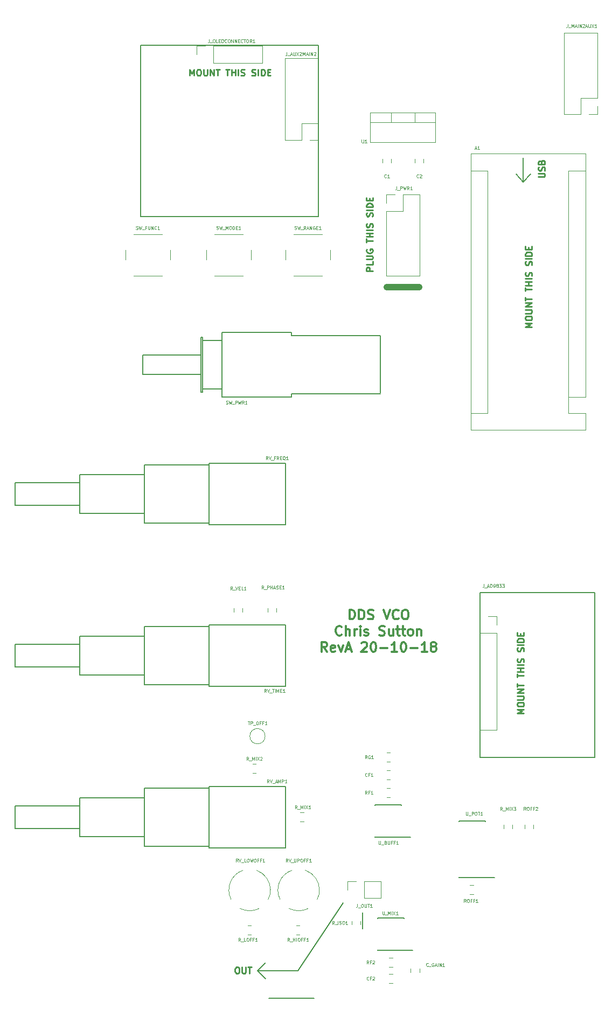
<source format=gbr>
G04 #@! TF.GenerationSoftware,KiCad,Pcbnew,(5.0.0)*
G04 #@! TF.CreationDate,2018-10-20T19:08:45+01:00*
G04 #@! TF.ProjectId,AD9833FunctionGenerator,41443938333346756E6374696F6E4765,rev?*
G04 #@! TF.SameCoordinates,Original*
G04 #@! TF.FileFunction,Legend,Top*
G04 #@! TF.FilePolarity,Positive*
%FSLAX46Y46*%
G04 Gerber Fmt 4.6, Leading zero omitted, Abs format (unit mm)*
G04 Created by KiCad (PCBNEW (5.0.0)) date 10/20/18 19:08:45*
%MOMM*%
%LPD*%
G01*
G04 APERTURE LIST*
%ADD10C,0.200000*%
%ADD11C,0.300000*%
%ADD12C,0.250000*%
%ADD13C,1.000000*%
%ADD14C,0.120000*%
%ADD15C,0.150000*%
%ADD16C,0.050000*%
G04 APERTURE END LIST*
D10*
X88392000Y-206502000D02*
X81280000Y-217170000D01*
D11*
X89372857Y-161958571D02*
X89372857Y-160458571D01*
X89730000Y-160458571D01*
X89944285Y-160530000D01*
X90087142Y-160672857D01*
X90158571Y-160815714D01*
X90230000Y-161101428D01*
X90230000Y-161315714D01*
X90158571Y-161601428D01*
X90087142Y-161744285D01*
X89944285Y-161887142D01*
X89730000Y-161958571D01*
X89372857Y-161958571D01*
X90872857Y-161958571D02*
X90872857Y-160458571D01*
X91230000Y-160458571D01*
X91444285Y-160530000D01*
X91587142Y-160672857D01*
X91658571Y-160815714D01*
X91730000Y-161101428D01*
X91730000Y-161315714D01*
X91658571Y-161601428D01*
X91587142Y-161744285D01*
X91444285Y-161887142D01*
X91230000Y-161958571D01*
X90872857Y-161958571D01*
X92301428Y-161887142D02*
X92515714Y-161958571D01*
X92872857Y-161958571D01*
X93015714Y-161887142D01*
X93087142Y-161815714D01*
X93158571Y-161672857D01*
X93158571Y-161530000D01*
X93087142Y-161387142D01*
X93015714Y-161315714D01*
X92872857Y-161244285D01*
X92587142Y-161172857D01*
X92444285Y-161101428D01*
X92372857Y-161030000D01*
X92301428Y-160887142D01*
X92301428Y-160744285D01*
X92372857Y-160601428D01*
X92444285Y-160530000D01*
X92587142Y-160458571D01*
X92944285Y-160458571D01*
X93158571Y-160530000D01*
X94730000Y-160458571D02*
X95230000Y-161958571D01*
X95730000Y-160458571D01*
X97087142Y-161815714D02*
X97015714Y-161887142D01*
X96801428Y-161958571D01*
X96658571Y-161958571D01*
X96444285Y-161887142D01*
X96301428Y-161744285D01*
X96230000Y-161601428D01*
X96158571Y-161315714D01*
X96158571Y-161101428D01*
X96230000Y-160815714D01*
X96301428Y-160672857D01*
X96444285Y-160530000D01*
X96658571Y-160458571D01*
X96801428Y-160458571D01*
X97015714Y-160530000D01*
X97087142Y-160601428D01*
X98015714Y-160458571D02*
X98301428Y-160458571D01*
X98444285Y-160530000D01*
X98587142Y-160672857D01*
X98658571Y-160958571D01*
X98658571Y-161458571D01*
X98587142Y-161744285D01*
X98444285Y-161887142D01*
X98301428Y-161958571D01*
X98015714Y-161958571D01*
X97872857Y-161887142D01*
X97730000Y-161744285D01*
X97658571Y-161458571D01*
X97658571Y-160958571D01*
X97730000Y-160672857D01*
X97872857Y-160530000D01*
X98015714Y-160458571D01*
X88158571Y-164365714D02*
X88087142Y-164437142D01*
X87872857Y-164508571D01*
X87730000Y-164508571D01*
X87515714Y-164437142D01*
X87372857Y-164294285D01*
X87301428Y-164151428D01*
X87230000Y-163865714D01*
X87230000Y-163651428D01*
X87301428Y-163365714D01*
X87372857Y-163222857D01*
X87515714Y-163080000D01*
X87730000Y-163008571D01*
X87872857Y-163008571D01*
X88087142Y-163080000D01*
X88158571Y-163151428D01*
X88801428Y-164508571D02*
X88801428Y-163008571D01*
X89444285Y-164508571D02*
X89444285Y-163722857D01*
X89372857Y-163580000D01*
X89230000Y-163508571D01*
X89015714Y-163508571D01*
X88872857Y-163580000D01*
X88801428Y-163651428D01*
X90158571Y-164508571D02*
X90158571Y-163508571D01*
X90158571Y-163794285D02*
X90230000Y-163651428D01*
X90301428Y-163580000D01*
X90444285Y-163508571D01*
X90587142Y-163508571D01*
X91087142Y-164508571D02*
X91087142Y-163508571D01*
X91087142Y-163008571D02*
X91015714Y-163080000D01*
X91087142Y-163151428D01*
X91158571Y-163080000D01*
X91087142Y-163008571D01*
X91087142Y-163151428D01*
X91730000Y-164437142D02*
X91872857Y-164508571D01*
X92158571Y-164508571D01*
X92301428Y-164437142D01*
X92372857Y-164294285D01*
X92372857Y-164222857D01*
X92301428Y-164080000D01*
X92158571Y-164008571D01*
X91944285Y-164008571D01*
X91801428Y-163937142D01*
X91730000Y-163794285D01*
X91730000Y-163722857D01*
X91801428Y-163580000D01*
X91944285Y-163508571D01*
X92158571Y-163508571D01*
X92301428Y-163580000D01*
X94087142Y-164437142D02*
X94301428Y-164508571D01*
X94658571Y-164508571D01*
X94801428Y-164437142D01*
X94872857Y-164365714D01*
X94944285Y-164222857D01*
X94944285Y-164080000D01*
X94872857Y-163937142D01*
X94801428Y-163865714D01*
X94658571Y-163794285D01*
X94372857Y-163722857D01*
X94230000Y-163651428D01*
X94158571Y-163580000D01*
X94087142Y-163437142D01*
X94087142Y-163294285D01*
X94158571Y-163151428D01*
X94230000Y-163080000D01*
X94372857Y-163008571D01*
X94730000Y-163008571D01*
X94944285Y-163080000D01*
X96230000Y-163508571D02*
X96230000Y-164508571D01*
X95587142Y-163508571D02*
X95587142Y-164294285D01*
X95658571Y-164437142D01*
X95801428Y-164508571D01*
X96015714Y-164508571D01*
X96158571Y-164437142D01*
X96230000Y-164365714D01*
X96730000Y-163508571D02*
X97301428Y-163508571D01*
X96944285Y-163008571D02*
X96944285Y-164294285D01*
X97015714Y-164437142D01*
X97158571Y-164508571D01*
X97301428Y-164508571D01*
X97587142Y-163508571D02*
X98158571Y-163508571D01*
X97801428Y-163008571D02*
X97801428Y-164294285D01*
X97872857Y-164437142D01*
X98015714Y-164508571D01*
X98158571Y-164508571D01*
X98872857Y-164508571D02*
X98730000Y-164437142D01*
X98658571Y-164365714D01*
X98587142Y-164222857D01*
X98587142Y-163794285D01*
X98658571Y-163651428D01*
X98730000Y-163580000D01*
X98872857Y-163508571D01*
X99087142Y-163508571D01*
X99230000Y-163580000D01*
X99301428Y-163651428D01*
X99372857Y-163794285D01*
X99372857Y-164222857D01*
X99301428Y-164365714D01*
X99230000Y-164437142D01*
X99087142Y-164508571D01*
X98872857Y-164508571D01*
X100015714Y-163508571D02*
X100015714Y-164508571D01*
X100015714Y-163651428D02*
X100087142Y-163580000D01*
X100230000Y-163508571D01*
X100444285Y-163508571D01*
X100587142Y-163580000D01*
X100658571Y-163722857D01*
X100658571Y-164508571D01*
X85872857Y-167058571D02*
X85372857Y-166344285D01*
X85015714Y-167058571D02*
X85015714Y-165558571D01*
X85587142Y-165558571D01*
X85730000Y-165630000D01*
X85801428Y-165701428D01*
X85872857Y-165844285D01*
X85872857Y-166058571D01*
X85801428Y-166201428D01*
X85730000Y-166272857D01*
X85587142Y-166344285D01*
X85015714Y-166344285D01*
X87087142Y-166987142D02*
X86944285Y-167058571D01*
X86658571Y-167058571D01*
X86515714Y-166987142D01*
X86444285Y-166844285D01*
X86444285Y-166272857D01*
X86515714Y-166130000D01*
X86658571Y-166058571D01*
X86944285Y-166058571D01*
X87087142Y-166130000D01*
X87158571Y-166272857D01*
X87158571Y-166415714D01*
X86444285Y-166558571D01*
X87658571Y-166058571D02*
X88015714Y-167058571D01*
X88372857Y-166058571D01*
X88872857Y-166630000D02*
X89587142Y-166630000D01*
X88730000Y-167058571D02*
X89230000Y-165558571D01*
X89730000Y-167058571D01*
X91301428Y-165701428D02*
X91372857Y-165630000D01*
X91515714Y-165558571D01*
X91872857Y-165558571D01*
X92015714Y-165630000D01*
X92087142Y-165701428D01*
X92158571Y-165844285D01*
X92158571Y-165987142D01*
X92087142Y-166201428D01*
X91230000Y-167058571D01*
X92158571Y-167058571D01*
X93087142Y-165558571D02*
X93230000Y-165558571D01*
X93372857Y-165630000D01*
X93444285Y-165701428D01*
X93515714Y-165844285D01*
X93587142Y-166130000D01*
X93587142Y-166487142D01*
X93515714Y-166772857D01*
X93444285Y-166915714D01*
X93372857Y-166987142D01*
X93230000Y-167058571D01*
X93087142Y-167058571D01*
X92944285Y-166987142D01*
X92872857Y-166915714D01*
X92801428Y-166772857D01*
X92730000Y-166487142D01*
X92730000Y-166130000D01*
X92801428Y-165844285D01*
X92872857Y-165701428D01*
X92944285Y-165630000D01*
X93087142Y-165558571D01*
X94230000Y-166487142D02*
X95372857Y-166487142D01*
X96872857Y-167058571D02*
X96015714Y-167058571D01*
X96444285Y-167058571D02*
X96444285Y-165558571D01*
X96301428Y-165772857D01*
X96158571Y-165915714D01*
X96015714Y-165987142D01*
X97801428Y-165558571D02*
X97944285Y-165558571D01*
X98087142Y-165630000D01*
X98158571Y-165701428D01*
X98230000Y-165844285D01*
X98301428Y-166130000D01*
X98301428Y-166487142D01*
X98230000Y-166772857D01*
X98158571Y-166915714D01*
X98087142Y-166987142D01*
X97944285Y-167058571D01*
X97801428Y-167058571D01*
X97658571Y-166987142D01*
X97587142Y-166915714D01*
X97515714Y-166772857D01*
X97444285Y-166487142D01*
X97444285Y-166130000D01*
X97515714Y-165844285D01*
X97587142Y-165701428D01*
X97658571Y-165630000D01*
X97801428Y-165558571D01*
X98944285Y-166487142D02*
X100087142Y-166487142D01*
X101587142Y-167058571D02*
X100730000Y-167058571D01*
X101158571Y-167058571D02*
X101158571Y-165558571D01*
X101015714Y-165772857D01*
X100872857Y-165915714D01*
X100730000Y-165987142D01*
X102444285Y-166201428D02*
X102301428Y-166130000D01*
X102230000Y-166058571D01*
X102158571Y-165915714D01*
X102158571Y-165844285D01*
X102230000Y-165701428D01*
X102301428Y-165630000D01*
X102444285Y-165558571D01*
X102730000Y-165558571D01*
X102872857Y-165630000D01*
X102944285Y-165701428D01*
X103015714Y-165844285D01*
X103015714Y-165915714D01*
X102944285Y-166058571D01*
X102872857Y-166130000D01*
X102730000Y-166201428D01*
X102444285Y-166201428D01*
X102301428Y-166272857D01*
X102230000Y-166344285D01*
X102158571Y-166487142D01*
X102158571Y-166772857D01*
X102230000Y-166915714D01*
X102301428Y-166987142D01*
X102444285Y-167058571D01*
X102730000Y-167058571D01*
X102872857Y-166987142D01*
X102944285Y-166915714D01*
X103015714Y-166772857D01*
X103015714Y-166487142D01*
X102944285Y-166344285D01*
X102872857Y-166272857D01*
X102730000Y-166201428D01*
D12*
X71644000Y-216622380D02*
X71834476Y-216622380D01*
X71929714Y-216670000D01*
X72024952Y-216765238D01*
X72072571Y-216955714D01*
X72072571Y-217289047D01*
X72024952Y-217479523D01*
X71929714Y-217574761D01*
X71834476Y-217622380D01*
X71644000Y-217622380D01*
X71548761Y-217574761D01*
X71453523Y-217479523D01*
X71405904Y-217289047D01*
X71405904Y-216955714D01*
X71453523Y-216765238D01*
X71548761Y-216670000D01*
X71644000Y-216622380D01*
X72501142Y-216622380D02*
X72501142Y-217431904D01*
X72548761Y-217527142D01*
X72596380Y-217574761D01*
X72691619Y-217622380D01*
X72882095Y-217622380D01*
X72977333Y-217574761D01*
X73024952Y-217527142D01*
X73072571Y-217431904D01*
X73072571Y-216622380D01*
X73405904Y-216622380D02*
X73977333Y-216622380D01*
X73691619Y-217622380D02*
X73691619Y-216622380D01*
D10*
X74930000Y-217170000D02*
X76200000Y-218440000D01*
X74930000Y-217170000D02*
X76200000Y-215900000D01*
X81280000Y-217170000D02*
X74930000Y-217170000D01*
X91440000Y-208026000D02*
X91440000Y-210566000D01*
D12*
X64278666Y-76525380D02*
X64278666Y-75525380D01*
X64612000Y-76239666D01*
X64945333Y-75525380D01*
X64945333Y-76525380D01*
X65612000Y-75525380D02*
X65802476Y-75525380D01*
X65897714Y-75573000D01*
X65992952Y-75668238D01*
X66040571Y-75858714D01*
X66040571Y-76192047D01*
X65992952Y-76382523D01*
X65897714Y-76477761D01*
X65802476Y-76525380D01*
X65612000Y-76525380D01*
X65516761Y-76477761D01*
X65421523Y-76382523D01*
X65373904Y-76192047D01*
X65373904Y-75858714D01*
X65421523Y-75668238D01*
X65516761Y-75573000D01*
X65612000Y-75525380D01*
X66469142Y-75525380D02*
X66469142Y-76334904D01*
X66516761Y-76430142D01*
X66564380Y-76477761D01*
X66659619Y-76525380D01*
X66850095Y-76525380D01*
X66945333Y-76477761D01*
X66992952Y-76430142D01*
X67040571Y-76334904D01*
X67040571Y-75525380D01*
X67516761Y-76525380D02*
X67516761Y-75525380D01*
X68088190Y-76525380D01*
X68088190Y-75525380D01*
X68421523Y-75525380D02*
X68992952Y-75525380D01*
X68707238Y-76525380D02*
X68707238Y-75525380D01*
X69945333Y-75525380D02*
X70516761Y-75525380D01*
X70231047Y-76525380D02*
X70231047Y-75525380D01*
X70850095Y-76525380D02*
X70850095Y-75525380D01*
X70850095Y-76001571D02*
X71421523Y-76001571D01*
X71421523Y-76525380D02*
X71421523Y-75525380D01*
X71897714Y-76525380D02*
X71897714Y-75525380D01*
X72326285Y-76477761D02*
X72469142Y-76525380D01*
X72707238Y-76525380D01*
X72802476Y-76477761D01*
X72850095Y-76430142D01*
X72897714Y-76334904D01*
X72897714Y-76239666D01*
X72850095Y-76144428D01*
X72802476Y-76096809D01*
X72707238Y-76049190D01*
X72516761Y-76001571D01*
X72421523Y-75953952D01*
X72373904Y-75906333D01*
X72326285Y-75811095D01*
X72326285Y-75715857D01*
X72373904Y-75620619D01*
X72421523Y-75573000D01*
X72516761Y-75525380D01*
X72754857Y-75525380D01*
X72897714Y-75573000D01*
X74040571Y-76477761D02*
X74183428Y-76525380D01*
X74421523Y-76525380D01*
X74516761Y-76477761D01*
X74564380Y-76430142D01*
X74612000Y-76334904D01*
X74612000Y-76239666D01*
X74564380Y-76144428D01*
X74516761Y-76096809D01*
X74421523Y-76049190D01*
X74231047Y-76001571D01*
X74135809Y-75953952D01*
X74088190Y-75906333D01*
X74040571Y-75811095D01*
X74040571Y-75715857D01*
X74088190Y-75620619D01*
X74135809Y-75573000D01*
X74231047Y-75525380D01*
X74469142Y-75525380D01*
X74612000Y-75573000D01*
X75040571Y-76525380D02*
X75040571Y-75525380D01*
X75516761Y-76525380D02*
X75516761Y-75525380D01*
X75754857Y-75525380D01*
X75897714Y-75573000D01*
X75992952Y-75668238D01*
X76040571Y-75763476D01*
X76088190Y-75953952D01*
X76088190Y-76096809D01*
X76040571Y-76287285D01*
X75992952Y-76382523D01*
X75897714Y-76477761D01*
X75754857Y-76525380D01*
X75516761Y-76525380D01*
X76516761Y-76001571D02*
X76850095Y-76001571D01*
X76992952Y-76525380D02*
X76516761Y-76525380D01*
X76516761Y-75525380D01*
X76992952Y-75525380D01*
X93035380Y-107211095D02*
X92035380Y-107211095D01*
X92035380Y-106830142D01*
X92083000Y-106734904D01*
X92130619Y-106687285D01*
X92225857Y-106639666D01*
X92368714Y-106639666D01*
X92463952Y-106687285D01*
X92511571Y-106734904D01*
X92559190Y-106830142D01*
X92559190Y-107211095D01*
X93035380Y-105734904D02*
X93035380Y-106211095D01*
X92035380Y-106211095D01*
X92035380Y-105401571D02*
X92844904Y-105401571D01*
X92940142Y-105353952D01*
X92987761Y-105306333D01*
X93035380Y-105211095D01*
X93035380Y-105020619D01*
X92987761Y-104925380D01*
X92940142Y-104877761D01*
X92844904Y-104830142D01*
X92035380Y-104830142D01*
X92083000Y-103830142D02*
X92035380Y-103925380D01*
X92035380Y-104068238D01*
X92083000Y-104211095D01*
X92178238Y-104306333D01*
X92273476Y-104353952D01*
X92463952Y-104401571D01*
X92606809Y-104401571D01*
X92797285Y-104353952D01*
X92892523Y-104306333D01*
X92987761Y-104211095D01*
X93035380Y-104068238D01*
X93035380Y-103973000D01*
X92987761Y-103830142D01*
X92940142Y-103782523D01*
X92606809Y-103782523D01*
X92606809Y-103973000D01*
X92035380Y-102734904D02*
X92035380Y-102163476D01*
X93035380Y-102449190D02*
X92035380Y-102449190D01*
X93035380Y-101830142D02*
X92035380Y-101830142D01*
X92511571Y-101830142D02*
X92511571Y-101258714D01*
X93035380Y-101258714D02*
X92035380Y-101258714D01*
X93035380Y-100782523D02*
X92035380Y-100782523D01*
X92987761Y-100353952D02*
X93035380Y-100211095D01*
X93035380Y-99973000D01*
X92987761Y-99877761D01*
X92940142Y-99830142D01*
X92844904Y-99782523D01*
X92749666Y-99782523D01*
X92654428Y-99830142D01*
X92606809Y-99877761D01*
X92559190Y-99973000D01*
X92511571Y-100163476D01*
X92463952Y-100258714D01*
X92416333Y-100306333D01*
X92321095Y-100353952D01*
X92225857Y-100353952D01*
X92130619Y-100306333D01*
X92083000Y-100258714D01*
X92035380Y-100163476D01*
X92035380Y-99925380D01*
X92083000Y-99782523D01*
X92987761Y-98639666D02*
X93035380Y-98496809D01*
X93035380Y-98258714D01*
X92987761Y-98163476D01*
X92940142Y-98115857D01*
X92844904Y-98068238D01*
X92749666Y-98068238D01*
X92654428Y-98115857D01*
X92606809Y-98163476D01*
X92559190Y-98258714D01*
X92511571Y-98449190D01*
X92463952Y-98544428D01*
X92416333Y-98592047D01*
X92321095Y-98639666D01*
X92225857Y-98639666D01*
X92130619Y-98592047D01*
X92083000Y-98544428D01*
X92035380Y-98449190D01*
X92035380Y-98211095D01*
X92083000Y-98068238D01*
X93035380Y-97639666D02*
X92035380Y-97639666D01*
X93035380Y-97163476D02*
X92035380Y-97163476D01*
X92035380Y-96925380D01*
X92083000Y-96782523D01*
X92178238Y-96687285D01*
X92273476Y-96639666D01*
X92463952Y-96592047D01*
X92606809Y-96592047D01*
X92797285Y-96639666D01*
X92892523Y-96687285D01*
X92987761Y-96782523D01*
X93035380Y-96925380D01*
X93035380Y-97163476D01*
X92511571Y-96163476D02*
X92511571Y-95830142D01*
X93035380Y-95687285D02*
X93035380Y-96163476D01*
X92035380Y-96163476D01*
X92035380Y-95687285D01*
D10*
X83820000Y-221488000D02*
X76708000Y-221488000D01*
X109924407Y-183649772D02*
X127958407Y-183649772D01*
D12*
X116784380Y-176767333D02*
X115784380Y-176767333D01*
X116498666Y-176434000D01*
X115784380Y-176100666D01*
X116784380Y-176100666D01*
X115784380Y-175434000D02*
X115784380Y-175243523D01*
X115832000Y-175148285D01*
X115927238Y-175053047D01*
X116117714Y-175005428D01*
X116451047Y-175005428D01*
X116641523Y-175053047D01*
X116736761Y-175148285D01*
X116784380Y-175243523D01*
X116784380Y-175434000D01*
X116736761Y-175529238D01*
X116641523Y-175624476D01*
X116451047Y-175672095D01*
X116117714Y-175672095D01*
X115927238Y-175624476D01*
X115832000Y-175529238D01*
X115784380Y-175434000D01*
X115784380Y-174576857D02*
X116593904Y-174576857D01*
X116689142Y-174529238D01*
X116736761Y-174481619D01*
X116784380Y-174386380D01*
X116784380Y-174195904D01*
X116736761Y-174100666D01*
X116689142Y-174053047D01*
X116593904Y-174005428D01*
X115784380Y-174005428D01*
X116784380Y-173529238D02*
X115784380Y-173529238D01*
X116784380Y-172957809D01*
X115784380Y-172957809D01*
X115784380Y-172624476D02*
X115784380Y-172053047D01*
X116784380Y-172338761D02*
X115784380Y-172338761D01*
X115784380Y-171100666D02*
X115784380Y-170529238D01*
X116784380Y-170814952D02*
X115784380Y-170814952D01*
X116784380Y-170195904D02*
X115784380Y-170195904D01*
X116260571Y-170195904D02*
X116260571Y-169624476D01*
X116784380Y-169624476D02*
X115784380Y-169624476D01*
X116784380Y-169148285D02*
X115784380Y-169148285D01*
X116736761Y-168719714D02*
X116784380Y-168576857D01*
X116784380Y-168338761D01*
X116736761Y-168243523D01*
X116689142Y-168195904D01*
X116593904Y-168148285D01*
X116498666Y-168148285D01*
X116403428Y-168195904D01*
X116355809Y-168243523D01*
X116308190Y-168338761D01*
X116260571Y-168529238D01*
X116212952Y-168624476D01*
X116165333Y-168672095D01*
X116070095Y-168719714D01*
X115974857Y-168719714D01*
X115879619Y-168672095D01*
X115832000Y-168624476D01*
X115784380Y-168529238D01*
X115784380Y-168291142D01*
X115832000Y-168148285D01*
X116736761Y-167005428D02*
X116784380Y-166862571D01*
X116784380Y-166624476D01*
X116736761Y-166529238D01*
X116689142Y-166481619D01*
X116593904Y-166434000D01*
X116498666Y-166434000D01*
X116403428Y-166481619D01*
X116355809Y-166529238D01*
X116308190Y-166624476D01*
X116260571Y-166814952D01*
X116212952Y-166910190D01*
X116165333Y-166957809D01*
X116070095Y-167005428D01*
X115974857Y-167005428D01*
X115879619Y-166957809D01*
X115832000Y-166910190D01*
X115784380Y-166814952D01*
X115784380Y-166576857D01*
X115832000Y-166434000D01*
X116784380Y-166005428D02*
X115784380Y-166005428D01*
X116784380Y-165529238D02*
X115784380Y-165529238D01*
X115784380Y-165291142D01*
X115832000Y-165148285D01*
X115927238Y-165053047D01*
X116022476Y-165005428D01*
X116212952Y-164957809D01*
X116355809Y-164957809D01*
X116546285Y-165005428D01*
X116641523Y-165053047D01*
X116736761Y-165148285D01*
X116784380Y-165291142D01*
X116784380Y-165529238D01*
X116260571Y-164529238D02*
X116260571Y-164195904D01*
X116784380Y-164053047D02*
X116784380Y-164529238D01*
X115784380Y-164529238D01*
X115784380Y-164053047D01*
D10*
X116713000Y-93218000D02*
X117856000Y-91948000D01*
X116713000Y-93218000D02*
X115570000Y-91948000D01*
X116713000Y-89408000D02*
X116713000Y-93218000D01*
D12*
X119086380Y-92447904D02*
X119895904Y-92447904D01*
X119991142Y-92400285D01*
X120038761Y-92352666D01*
X120086380Y-92257428D01*
X120086380Y-92066952D01*
X120038761Y-91971714D01*
X119991142Y-91924095D01*
X119895904Y-91876476D01*
X119086380Y-91876476D01*
X120038761Y-91447904D02*
X120086380Y-91305047D01*
X120086380Y-91066952D01*
X120038761Y-90971714D01*
X119991142Y-90924095D01*
X119895904Y-90876476D01*
X119800666Y-90876476D01*
X119705428Y-90924095D01*
X119657809Y-90971714D01*
X119610190Y-91066952D01*
X119562571Y-91257428D01*
X119514952Y-91352666D01*
X119467333Y-91400285D01*
X119372095Y-91447904D01*
X119276857Y-91447904D01*
X119181619Y-91400285D01*
X119134000Y-91352666D01*
X119086380Y-91257428D01*
X119086380Y-91019333D01*
X119134000Y-90876476D01*
X119562571Y-90114571D02*
X119610190Y-89971714D01*
X119657809Y-89924095D01*
X119753047Y-89876476D01*
X119895904Y-89876476D01*
X119991142Y-89924095D01*
X120038761Y-89971714D01*
X120086380Y-90066952D01*
X120086380Y-90447904D01*
X119086380Y-90447904D01*
X119086380Y-90114571D01*
X119134000Y-90019333D01*
X119181619Y-89971714D01*
X119276857Y-89924095D01*
X119372095Y-89924095D01*
X119467333Y-89971714D01*
X119514952Y-90019333D01*
X119562571Y-90114571D01*
X119562571Y-90447904D01*
X118054380Y-116061333D02*
X117054380Y-116061333D01*
X117768666Y-115728000D01*
X117054380Y-115394666D01*
X118054380Y-115394666D01*
X117054380Y-114728000D02*
X117054380Y-114537523D01*
X117102000Y-114442285D01*
X117197238Y-114347047D01*
X117387714Y-114299428D01*
X117721047Y-114299428D01*
X117911523Y-114347047D01*
X118006761Y-114442285D01*
X118054380Y-114537523D01*
X118054380Y-114728000D01*
X118006761Y-114823238D01*
X117911523Y-114918476D01*
X117721047Y-114966095D01*
X117387714Y-114966095D01*
X117197238Y-114918476D01*
X117102000Y-114823238D01*
X117054380Y-114728000D01*
X117054380Y-113870857D02*
X117863904Y-113870857D01*
X117959142Y-113823238D01*
X118006761Y-113775619D01*
X118054380Y-113680380D01*
X118054380Y-113489904D01*
X118006761Y-113394666D01*
X117959142Y-113347047D01*
X117863904Y-113299428D01*
X117054380Y-113299428D01*
X118054380Y-112823238D02*
X117054380Y-112823238D01*
X118054380Y-112251809D01*
X117054380Y-112251809D01*
X117054380Y-111918476D02*
X117054380Y-111347047D01*
X118054380Y-111632761D02*
X117054380Y-111632761D01*
X117054380Y-110394666D02*
X117054380Y-109823238D01*
X118054380Y-110108952D02*
X117054380Y-110108952D01*
X118054380Y-109489904D02*
X117054380Y-109489904D01*
X117530571Y-109489904D02*
X117530571Y-108918476D01*
X118054380Y-108918476D02*
X117054380Y-108918476D01*
X118054380Y-108442285D02*
X117054380Y-108442285D01*
X118006761Y-108013714D02*
X118054380Y-107870857D01*
X118054380Y-107632761D01*
X118006761Y-107537523D01*
X117959142Y-107489904D01*
X117863904Y-107442285D01*
X117768666Y-107442285D01*
X117673428Y-107489904D01*
X117625809Y-107537523D01*
X117578190Y-107632761D01*
X117530571Y-107823238D01*
X117482952Y-107918476D01*
X117435333Y-107966095D01*
X117340095Y-108013714D01*
X117244857Y-108013714D01*
X117149619Y-107966095D01*
X117102000Y-107918476D01*
X117054380Y-107823238D01*
X117054380Y-107585142D01*
X117102000Y-107442285D01*
X118006761Y-106299428D02*
X118054380Y-106156571D01*
X118054380Y-105918476D01*
X118006761Y-105823238D01*
X117959142Y-105775619D01*
X117863904Y-105728000D01*
X117768666Y-105728000D01*
X117673428Y-105775619D01*
X117625809Y-105823238D01*
X117578190Y-105918476D01*
X117530571Y-106108952D01*
X117482952Y-106204190D01*
X117435333Y-106251809D01*
X117340095Y-106299428D01*
X117244857Y-106299428D01*
X117149619Y-106251809D01*
X117102000Y-106204190D01*
X117054380Y-106108952D01*
X117054380Y-105870857D01*
X117102000Y-105728000D01*
X118054380Y-105299428D02*
X117054380Y-105299428D01*
X118054380Y-104823238D02*
X117054380Y-104823238D01*
X117054380Y-104585142D01*
X117102000Y-104442285D01*
X117197238Y-104347047D01*
X117292476Y-104299428D01*
X117482952Y-104251809D01*
X117625809Y-104251809D01*
X117816285Y-104299428D01*
X117911523Y-104347047D01*
X118006761Y-104442285D01*
X118054380Y-104585142D01*
X118054380Y-104823238D01*
X117530571Y-103823238D02*
X117530571Y-103489904D01*
X118054380Y-103347047D02*
X118054380Y-103823238D01*
X117054380Y-103823238D01*
X117054380Y-103347047D01*
D13*
X95250000Y-109728000D02*
X100330000Y-109728000D01*
D10*
X109924407Y-157741772D02*
X109924407Y-183649772D01*
X127958407Y-157741772D02*
X109924407Y-157741772D01*
X127958407Y-183649772D02*
X127958407Y-157741772D01*
X56527629Y-71765464D02*
X56527629Y-98689464D01*
X84467629Y-71765464D02*
X56527629Y-71765464D01*
X84467629Y-98689464D02*
X84467629Y-71765464D01*
X56527629Y-98689464D02*
X84467629Y-98689464D01*
D14*
G04 #@! TO.C,RV_UPOFF1*
X84670075Y-204453137D02*
G75*
G02X84314000Y-205995000I-3270075J-56863D01*
G01*
X82885202Y-207423387D02*
G75*
G02X79916000Y-207424000I-1485202J2913387D01*
G01*
X78486171Y-205993968D02*
G75*
G02X80336000Y-201418000I2913829J1483968D01*
G01*
X82464608Y-201418154D02*
G75*
G02X84670000Y-204510000I-1064608J-3091846D01*
G01*
G04 #@! TO.C,A1*
X108455000Y-132210000D02*
X126495000Y-132210000D01*
X108455000Y-88770000D02*
X108455000Y-132210000D01*
X126495000Y-88770000D02*
X108455000Y-88770000D01*
X123825000Y-91440000D02*
X126495000Y-91440000D01*
X123825000Y-127000000D02*
X123825000Y-91440000D01*
X123825000Y-127000000D02*
X126495000Y-127000000D01*
X111125000Y-91440000D02*
X108455000Y-91440000D01*
X111125000Y-129540000D02*
X111125000Y-91440000D01*
X111125000Y-129540000D02*
X108455000Y-129540000D01*
X126495000Y-132210000D02*
X126495000Y-129540000D01*
X126495000Y-127000000D02*
X126495000Y-88770000D01*
X123825000Y-129540000D02*
X126495000Y-129540000D01*
X123825000Y-127000000D02*
X123825000Y-129540000D01*
D15*
G04 #@! TO.C,RV_FREQ1*
X67310000Y-147066000D02*
X67310000Y-137414000D01*
X67310000Y-137414000D02*
X79375000Y-137414000D01*
X79375000Y-137414000D02*
X79375000Y-147066000D01*
X79375000Y-147066000D02*
X67310000Y-147066000D01*
X67310000Y-146812000D02*
X57150000Y-146812000D01*
X57150000Y-146812000D02*
X57150000Y-137668000D01*
X57150000Y-137668000D02*
X67310000Y-137668000D01*
X57150000Y-145288000D02*
X46990000Y-145288000D01*
X46990000Y-145288000D02*
X46990000Y-139192000D01*
X46990000Y-139192000D02*
X57150000Y-139192000D01*
X46990000Y-144018000D02*
X36830000Y-144018000D01*
X36830000Y-144018000D02*
X36830000Y-140462000D01*
X36830000Y-140462000D02*
X46990000Y-140462000D01*
D14*
G04 #@! TO.C,RG1*
X95242748Y-182932000D02*
X95765252Y-182932000D01*
X95242748Y-184352000D02*
X95765252Y-184352000D01*
G04 #@! TO.C,RF1*
X95242748Y-189940000D02*
X95765252Y-189940000D01*
X95242748Y-188520000D02*
X95765252Y-188520000D01*
D15*
G04 #@! TO.C,SW_PWR1*
X80264000Y-116840000D02*
X69342000Y-116840000D01*
X69342000Y-116840000D02*
X69342000Y-127000000D01*
X69342000Y-127000000D02*
X80264000Y-127000000D01*
X80264000Y-126492000D02*
X94234000Y-126492000D01*
X94234000Y-126365000D02*
X94234000Y-117475000D01*
X94234000Y-117348000D02*
X80264000Y-117348000D01*
X80264000Y-117348000D02*
X80264000Y-116840000D01*
X80264000Y-126492000D02*
X80264000Y-127000000D01*
X69342000Y-125730000D02*
X66294000Y-125730000D01*
X66294000Y-126238000D02*
X66294000Y-117602000D01*
X66294000Y-118110000D02*
X69342000Y-118110000D01*
X66040000Y-120396000D02*
X56896000Y-120396000D01*
X66040000Y-123444000D02*
X56896000Y-123444000D01*
X56896000Y-120396000D02*
X56896000Y-123444000D01*
X66040000Y-126238000D02*
X66040000Y-117602000D01*
X66040000Y-117602000D02*
X66294000Y-117602000D01*
X66294000Y-126238000D02*
X66040000Y-126238000D01*
D14*
G04 #@! TO.C,J_OUT1*
X91694000Y-205800000D02*
X91694000Y-203140000D01*
X91694000Y-205800000D02*
X94294000Y-205800000D01*
X94294000Y-205800000D02*
X94294000Y-203140000D01*
X91694000Y-203140000D02*
X94294000Y-203140000D01*
X89094000Y-203140000D02*
X90424000Y-203140000D01*
X89094000Y-204470000D02*
X89094000Y-203140000D01*
G04 #@! TO.C,J_PWR1*
X95190000Y-108010000D02*
X100390000Y-108010000D01*
X95190000Y-97790000D02*
X95190000Y-108010000D01*
X100390000Y-95190000D02*
X100390000Y-108010000D01*
X95190000Y-97790000D02*
X97790000Y-97790000D01*
X97790000Y-97790000D02*
X97790000Y-95190000D01*
X97790000Y-95190000D02*
X100390000Y-95190000D01*
X95190000Y-96520000D02*
X95190000Y-95190000D01*
X95190000Y-95190000D02*
X96520000Y-95190000D01*
D15*
G04 #@! TO.C,U_POT1*
X110787000Y-202570000D02*
X110787000Y-202545000D01*
X106637000Y-202570000D02*
X106637000Y-202455000D01*
X106637000Y-193670000D02*
X106637000Y-193785000D01*
X110787000Y-193670000D02*
X110787000Y-193785000D01*
X110787000Y-202570000D02*
X106637000Y-202570000D01*
X110787000Y-193670000D02*
X106637000Y-193670000D01*
X110787000Y-202545000D02*
X112162000Y-202545000D01*
D14*
G04 #@! TO.C,R_LOFF1*
X73398748Y-210110000D02*
X73921252Y-210110000D01*
X73398748Y-211530000D02*
X73921252Y-211530000D01*
G04 #@! TO.C,C1*
X95960000Y-89654748D02*
X95960000Y-90177252D01*
X94540000Y-89654748D02*
X94540000Y-90177252D01*
G04 #@! TO.C,C2*
X99620000Y-89654748D02*
X99620000Y-90177252D01*
X101040000Y-89654748D02*
X101040000Y-90177252D01*
G04 #@! TO.C,J_AD9833*
X111194407Y-161491772D02*
X112524407Y-161491772D01*
X112524407Y-161491772D02*
X112524407Y-162821772D01*
X112524407Y-164091772D02*
X112524407Y-179391772D01*
X109864407Y-179391772D02*
X112524407Y-179391772D01*
X109864407Y-164091772D02*
X109864407Y-179391772D01*
X109864407Y-164091772D02*
X112524407Y-164091772D01*
G04 #@! TO.C,J_AUX2MAIN2*
X84461681Y-73817698D02*
X79261681Y-73817698D01*
X84461681Y-84037698D02*
X84461681Y-73817698D01*
X79261681Y-86637698D02*
X79261681Y-73817698D01*
X84461681Y-84037698D02*
X81861681Y-84037698D01*
X81861681Y-84037698D02*
X81861681Y-86637698D01*
X81861681Y-86637698D02*
X79261681Y-86637698D01*
X84461681Y-85307698D02*
X84461681Y-86637698D01*
X84461681Y-86637698D02*
X83131681Y-86637698D01*
G04 #@! TO.C,J_MAIN2AUX1*
X128330000Y-69790000D02*
X123130000Y-69790000D01*
X128330000Y-80010000D02*
X128330000Y-69790000D01*
X123130000Y-82610000D02*
X123130000Y-69790000D01*
X128330000Y-80010000D02*
X125730000Y-80010000D01*
X125730000Y-80010000D02*
X125730000Y-82610000D01*
X125730000Y-82610000D02*
X123130000Y-82610000D01*
X128330000Y-81280000D02*
X128330000Y-82610000D01*
X128330000Y-82610000D02*
X127000000Y-82610000D01*
G04 #@! TO.C,J_OLEDCONNECTOR1*
X67995646Y-74523447D02*
X67995646Y-71863447D01*
X67995646Y-74523447D02*
X75675646Y-74523447D01*
X75675646Y-74523447D02*
X75675646Y-71863447D01*
X67995646Y-71863447D02*
X75675646Y-71863447D01*
X65395646Y-71863447D02*
X66725646Y-71863447D01*
X65395646Y-73193447D02*
X65395646Y-71863447D01*
G04 #@! TO.C,R_ISO1*
X89714000Y-209415748D02*
X89714000Y-209938252D01*
X91134000Y-209415748D02*
X91134000Y-209938252D01*
G04 #@! TO.C,R_MIX1*
X82176252Y-193750000D02*
X81653748Y-193750000D01*
X82176252Y-192330000D02*
X81653748Y-192330000D01*
G04 #@! TO.C,R_MIX2*
X74160748Y-186130000D02*
X74683252Y-186130000D01*
X74160748Y-184710000D02*
X74683252Y-184710000D01*
G04 #@! TO.C,R_VEL1*
X72592000Y-160266748D02*
X72592000Y-160789252D01*
X71172000Y-160266748D02*
X71172000Y-160789252D01*
G04 #@! TO.C,SW_FUNC1*
X61179681Y-105452698D02*
X61179681Y-103952698D01*
X59929681Y-101452698D02*
X55429681Y-101452698D01*
X54179681Y-103952698D02*
X54179681Y-105452698D01*
X55429681Y-107952698D02*
X59929681Y-107952698D01*
G04 #@! TO.C,SW_MODE1*
X68129681Y-107952698D02*
X72629681Y-107952698D01*
X66879681Y-103952698D02*
X66879681Y-105452698D01*
X72629681Y-101452698D02*
X68129681Y-101452698D01*
X73879681Y-105452698D02*
X73879681Y-103952698D01*
G04 #@! TO.C,SW_RANGE1*
X80575681Y-107952698D02*
X85075681Y-107952698D01*
X79325681Y-103952698D02*
X79325681Y-105452698D01*
X85075681Y-101452698D02*
X80575681Y-101452698D01*
X86325681Y-105452698D02*
X86325681Y-103952698D01*
G04 #@! TO.C,U1*
X92670000Y-82328000D02*
X102910000Y-82328000D01*
X92670000Y-86969000D02*
X102910000Y-86969000D01*
X92670000Y-82328000D02*
X92670000Y-86969000D01*
X102910000Y-82328000D02*
X102910000Y-86969000D01*
X92670000Y-83838000D02*
X102910000Y-83838000D01*
X95940000Y-82328000D02*
X95940000Y-83838000D01*
X99641000Y-82328000D02*
X99641000Y-83838000D01*
G04 #@! TO.C,C_GAIN1*
X100405000Y-216908748D02*
X100405000Y-217431252D01*
X98985000Y-216908748D02*
X98985000Y-217431252D01*
G04 #@! TO.C,R_HIOFF1*
X81541252Y-210110000D02*
X81018748Y-210110000D01*
X81541252Y-211530000D02*
X81018748Y-211530000D01*
G04 #@! TO.C,TP_OFF1*
X76130000Y-180340000D02*
G75*
G03X76130000Y-180340000I-1200000J0D01*
G01*
G04 #@! TO.C,R_MIX3*
X113590000Y-194825252D02*
X113590000Y-194302748D01*
X115010000Y-194825252D02*
X115010000Y-194302748D01*
G04 #@! TO.C,RF2*
X95623748Y-215190000D02*
X96146252Y-215190000D01*
X95623748Y-216610000D02*
X96146252Y-216610000D01*
G04 #@! TO.C,ROFF1*
X108846252Y-203760000D02*
X108323748Y-203760000D01*
X108846252Y-205180000D02*
X108323748Y-205180000D01*
G04 #@! TO.C,ROFF2*
X116892000Y-194302748D02*
X116892000Y-194825252D01*
X118312000Y-194302748D02*
X118312000Y-194825252D01*
G04 #@! TO.C,CF2*
X95623748Y-217730000D02*
X96146252Y-217730000D01*
X95623748Y-219150000D02*
X96146252Y-219150000D01*
D15*
G04 #@! TO.C,U_BUFF1*
X97579000Y-196200000D02*
X98979000Y-196200000D01*
X97579000Y-191100000D02*
X93429000Y-191100000D01*
X97579000Y-196250000D02*
X93429000Y-196250000D01*
X97579000Y-191100000D02*
X97579000Y-191245000D01*
X93429000Y-191100000D02*
X93429000Y-191245000D01*
X93429000Y-196250000D02*
X93429000Y-196105000D01*
X97579000Y-196250000D02*
X97579000Y-196200000D01*
G04 #@! TO.C,U_MIX1*
X97960000Y-214030000D02*
X97960000Y-213980000D01*
X93810000Y-214030000D02*
X93810000Y-213885000D01*
X93810000Y-208880000D02*
X93810000Y-209025000D01*
X97960000Y-208880000D02*
X97960000Y-209025000D01*
X97960000Y-214030000D02*
X93810000Y-214030000D01*
X97960000Y-208880000D02*
X93810000Y-208880000D01*
X97960000Y-213980000D02*
X99360000Y-213980000D01*
D14*
G04 #@! TO.C,R_PHASE1*
X77926000Y-160266748D02*
X77926000Y-160789252D01*
X76506000Y-160266748D02*
X76506000Y-160789252D01*
D15*
G04 #@! TO.C,RV_AMP1*
X67310000Y-197866000D02*
X67310000Y-188214000D01*
X67310000Y-188214000D02*
X79375000Y-188214000D01*
X79375000Y-188214000D02*
X79375000Y-197866000D01*
X79375000Y-197866000D02*
X67310000Y-197866000D01*
X67310000Y-197612000D02*
X57150000Y-197612000D01*
X57150000Y-197612000D02*
X57150000Y-188468000D01*
X57150000Y-188468000D02*
X67310000Y-188468000D01*
X57150000Y-196088000D02*
X46990000Y-196088000D01*
X46990000Y-196088000D02*
X46990000Y-189992000D01*
X46990000Y-189992000D02*
X57150000Y-189992000D01*
X46990000Y-194818000D02*
X36830000Y-194818000D01*
X36830000Y-194818000D02*
X36830000Y-191262000D01*
X36830000Y-191262000D02*
X46990000Y-191262000D01*
G04 #@! TO.C,RV_TIME1*
X36830000Y-165862000D02*
X46990000Y-165862000D01*
X36830000Y-169418000D02*
X36830000Y-165862000D01*
X46990000Y-169418000D02*
X36830000Y-169418000D01*
X46990000Y-164592000D02*
X57150000Y-164592000D01*
X46990000Y-170688000D02*
X46990000Y-164592000D01*
X57150000Y-170688000D02*
X46990000Y-170688000D01*
X57150000Y-163068000D02*
X67310000Y-163068000D01*
X57150000Y-172212000D02*
X57150000Y-163068000D01*
X67310000Y-172212000D02*
X57150000Y-172212000D01*
X79375000Y-172466000D02*
X67310000Y-172466000D01*
X79375000Y-162814000D02*
X79375000Y-172466000D01*
X67310000Y-162814000D02*
X79375000Y-162814000D01*
X67310000Y-172466000D02*
X67310000Y-162814000D01*
D14*
G04 #@! TO.C,RV_LOWOFF1*
X74764608Y-201418154D02*
G75*
G02X76970000Y-204510000I-1064608J-3091846D01*
G01*
X70786171Y-205993968D02*
G75*
G02X72636000Y-201418000I2913829J1483968D01*
G01*
X75185202Y-207423387D02*
G75*
G02X72216000Y-207424000I-1485202J2913387D01*
G01*
X76970075Y-204453137D02*
G75*
G02X76614000Y-205995000I-3270075J-56863D01*
G01*
G04 #@! TO.C,CF1*
X95242748Y-185726000D02*
X95765252Y-185726000D01*
X95242748Y-187146000D02*
X95765252Y-187146000D01*
G04 #@! TO.C,RV_UPOFF1*
D16*
X79669523Y-200124190D02*
X79502857Y-199886095D01*
X79383809Y-200124190D02*
X79383809Y-199624190D01*
X79574285Y-199624190D01*
X79621904Y-199648000D01*
X79645714Y-199671809D01*
X79669523Y-199719428D01*
X79669523Y-199790857D01*
X79645714Y-199838476D01*
X79621904Y-199862285D01*
X79574285Y-199886095D01*
X79383809Y-199886095D01*
X79812380Y-199624190D02*
X79979047Y-200124190D01*
X80145714Y-199624190D01*
X80193333Y-200171809D02*
X80574285Y-200171809D01*
X80693333Y-199624190D02*
X80693333Y-200028952D01*
X80717142Y-200076571D01*
X80740952Y-200100380D01*
X80788571Y-200124190D01*
X80883809Y-200124190D01*
X80931428Y-200100380D01*
X80955238Y-200076571D01*
X80979047Y-200028952D01*
X80979047Y-199624190D01*
X81217142Y-200124190D02*
X81217142Y-199624190D01*
X81407619Y-199624190D01*
X81455238Y-199648000D01*
X81479047Y-199671809D01*
X81502857Y-199719428D01*
X81502857Y-199790857D01*
X81479047Y-199838476D01*
X81455238Y-199862285D01*
X81407619Y-199886095D01*
X81217142Y-199886095D01*
X81812380Y-199624190D02*
X81907619Y-199624190D01*
X81955238Y-199648000D01*
X82002857Y-199695619D01*
X82026666Y-199790857D01*
X82026666Y-199957523D01*
X82002857Y-200052761D01*
X81955238Y-200100380D01*
X81907619Y-200124190D01*
X81812380Y-200124190D01*
X81764761Y-200100380D01*
X81717142Y-200052761D01*
X81693333Y-199957523D01*
X81693333Y-199790857D01*
X81717142Y-199695619D01*
X81764761Y-199648000D01*
X81812380Y-199624190D01*
X82407619Y-199862285D02*
X82240952Y-199862285D01*
X82240952Y-200124190D02*
X82240952Y-199624190D01*
X82479047Y-199624190D01*
X82836190Y-199862285D02*
X82669523Y-199862285D01*
X82669523Y-200124190D02*
X82669523Y-199624190D01*
X82907619Y-199624190D01*
X83360000Y-200124190D02*
X83074285Y-200124190D01*
X83217142Y-200124190D02*
X83217142Y-199624190D01*
X83169523Y-199695619D01*
X83121904Y-199743238D01*
X83074285Y-199767047D01*
G04 #@! TO.C,A1*
X109116857Y-87967333D02*
X109354952Y-87967333D01*
X109069238Y-88110190D02*
X109235904Y-87610190D01*
X109402571Y-88110190D01*
X109831142Y-88110190D02*
X109545428Y-88110190D01*
X109688285Y-88110190D02*
X109688285Y-87610190D01*
X109640666Y-87681619D01*
X109593047Y-87729238D01*
X109545428Y-87753047D01*
G04 #@! TO.C,RV_FREQ1*
X76537523Y-136878190D02*
X76370857Y-136640095D01*
X76251809Y-136878190D02*
X76251809Y-136378190D01*
X76442285Y-136378190D01*
X76489904Y-136402000D01*
X76513714Y-136425809D01*
X76537523Y-136473428D01*
X76537523Y-136544857D01*
X76513714Y-136592476D01*
X76489904Y-136616285D01*
X76442285Y-136640095D01*
X76251809Y-136640095D01*
X76680380Y-136378190D02*
X76847047Y-136878190D01*
X77013714Y-136378190D01*
X77061333Y-136925809D02*
X77442285Y-136925809D01*
X77728000Y-136616285D02*
X77561333Y-136616285D01*
X77561333Y-136878190D02*
X77561333Y-136378190D01*
X77799428Y-136378190D01*
X78275619Y-136878190D02*
X78108952Y-136640095D01*
X77989904Y-136878190D02*
X77989904Y-136378190D01*
X78180380Y-136378190D01*
X78228000Y-136402000D01*
X78251809Y-136425809D01*
X78275619Y-136473428D01*
X78275619Y-136544857D01*
X78251809Y-136592476D01*
X78228000Y-136616285D01*
X78180380Y-136640095D01*
X77989904Y-136640095D01*
X78489904Y-136616285D02*
X78656571Y-136616285D01*
X78728000Y-136878190D02*
X78489904Y-136878190D01*
X78489904Y-136378190D01*
X78728000Y-136378190D01*
X79275619Y-136925809D02*
X79228000Y-136902000D01*
X79180380Y-136854380D01*
X79108952Y-136782952D01*
X79061333Y-136759142D01*
X79013714Y-136759142D01*
X79037523Y-136878190D02*
X78989904Y-136854380D01*
X78942285Y-136806761D01*
X78918476Y-136711523D01*
X78918476Y-136544857D01*
X78942285Y-136449619D01*
X78989904Y-136402000D01*
X79037523Y-136378190D01*
X79132761Y-136378190D01*
X79180380Y-136402000D01*
X79228000Y-136449619D01*
X79251809Y-136544857D01*
X79251809Y-136711523D01*
X79228000Y-136806761D01*
X79180380Y-136854380D01*
X79132761Y-136878190D01*
X79037523Y-136878190D01*
X79728000Y-136878190D02*
X79442285Y-136878190D01*
X79585142Y-136878190D02*
X79585142Y-136378190D01*
X79537523Y-136449619D01*
X79489904Y-136497238D01*
X79442285Y-136521047D01*
G04 #@! TO.C,RG1*
X92122666Y-183868190D02*
X91956000Y-183630095D01*
X91836952Y-183868190D02*
X91836952Y-183368190D01*
X92027428Y-183368190D01*
X92075047Y-183392000D01*
X92098857Y-183415809D01*
X92122666Y-183463428D01*
X92122666Y-183534857D01*
X92098857Y-183582476D01*
X92075047Y-183606285D01*
X92027428Y-183630095D01*
X91836952Y-183630095D01*
X92598857Y-183392000D02*
X92551238Y-183368190D01*
X92479809Y-183368190D01*
X92408380Y-183392000D01*
X92360761Y-183439619D01*
X92336952Y-183487238D01*
X92313142Y-183582476D01*
X92313142Y-183653904D01*
X92336952Y-183749142D01*
X92360761Y-183796761D01*
X92408380Y-183844380D01*
X92479809Y-183868190D01*
X92527428Y-183868190D01*
X92598857Y-183844380D01*
X92622666Y-183820571D01*
X92622666Y-183653904D01*
X92527428Y-183653904D01*
X93098857Y-183868190D02*
X92813142Y-183868190D01*
X92956000Y-183868190D02*
X92956000Y-183368190D01*
X92908380Y-183439619D01*
X92860761Y-183487238D01*
X92813142Y-183511047D01*
G04 #@! TO.C,RF1*
X92158380Y-189456190D02*
X91991714Y-189218095D01*
X91872666Y-189456190D02*
X91872666Y-188956190D01*
X92063142Y-188956190D01*
X92110761Y-188980000D01*
X92134571Y-189003809D01*
X92158380Y-189051428D01*
X92158380Y-189122857D01*
X92134571Y-189170476D01*
X92110761Y-189194285D01*
X92063142Y-189218095D01*
X91872666Y-189218095D01*
X92539333Y-189194285D02*
X92372666Y-189194285D01*
X92372666Y-189456190D02*
X92372666Y-188956190D01*
X92610761Y-188956190D01*
X93063142Y-189456190D02*
X92777428Y-189456190D01*
X92920285Y-189456190D02*
X92920285Y-188956190D01*
X92872666Y-189027619D01*
X92825047Y-189075238D01*
X92777428Y-189099047D01*
G04 #@! TO.C,SW_PWR1*
X69985142Y-128091380D02*
X70056571Y-128115190D01*
X70175619Y-128115190D01*
X70223238Y-128091380D01*
X70247047Y-128067571D01*
X70270857Y-128019952D01*
X70270857Y-127972333D01*
X70247047Y-127924714D01*
X70223238Y-127900904D01*
X70175619Y-127877095D01*
X70080380Y-127853285D01*
X70032761Y-127829476D01*
X70008952Y-127805666D01*
X69985142Y-127758047D01*
X69985142Y-127710428D01*
X70008952Y-127662809D01*
X70032761Y-127639000D01*
X70080380Y-127615190D01*
X70199428Y-127615190D01*
X70270857Y-127639000D01*
X70437523Y-127615190D02*
X70556571Y-128115190D01*
X70651809Y-127758047D01*
X70747047Y-128115190D01*
X70866095Y-127615190D01*
X70937523Y-128162809D02*
X71318476Y-128162809D01*
X71437523Y-128115190D02*
X71437523Y-127615190D01*
X71628000Y-127615190D01*
X71675619Y-127639000D01*
X71699428Y-127662809D01*
X71723238Y-127710428D01*
X71723238Y-127781857D01*
X71699428Y-127829476D01*
X71675619Y-127853285D01*
X71628000Y-127877095D01*
X71437523Y-127877095D01*
X71889904Y-127615190D02*
X72008952Y-128115190D01*
X72104190Y-127758047D01*
X72199428Y-128115190D01*
X72318476Y-127615190D01*
X72794666Y-128115190D02*
X72628000Y-127877095D01*
X72508952Y-128115190D02*
X72508952Y-127615190D01*
X72699428Y-127615190D01*
X72747047Y-127639000D01*
X72770857Y-127662809D01*
X72794666Y-127710428D01*
X72794666Y-127781857D01*
X72770857Y-127829476D01*
X72747047Y-127853285D01*
X72699428Y-127877095D01*
X72508952Y-127877095D01*
X73270857Y-128115190D02*
X72985142Y-128115190D01*
X73128000Y-128115190D02*
X73128000Y-127615190D01*
X73080380Y-127686619D01*
X73032761Y-127734238D01*
X72985142Y-127758047D01*
G04 #@! TO.C,J_OUT1*
X90622571Y-206736190D02*
X90622571Y-207093333D01*
X90598761Y-207164761D01*
X90551142Y-207212380D01*
X90479714Y-207236190D01*
X90432095Y-207236190D01*
X90741619Y-207283809D02*
X91122571Y-207283809D01*
X91336857Y-206736190D02*
X91432095Y-206736190D01*
X91479714Y-206760000D01*
X91527333Y-206807619D01*
X91551142Y-206902857D01*
X91551142Y-207069523D01*
X91527333Y-207164761D01*
X91479714Y-207212380D01*
X91432095Y-207236190D01*
X91336857Y-207236190D01*
X91289238Y-207212380D01*
X91241619Y-207164761D01*
X91217809Y-207069523D01*
X91217809Y-206902857D01*
X91241619Y-206807619D01*
X91289238Y-206760000D01*
X91336857Y-206736190D01*
X91765428Y-206736190D02*
X91765428Y-207140952D01*
X91789238Y-207188571D01*
X91813047Y-207212380D01*
X91860666Y-207236190D01*
X91955904Y-207236190D01*
X92003523Y-207212380D01*
X92027333Y-207188571D01*
X92051142Y-207140952D01*
X92051142Y-206736190D01*
X92217809Y-206736190D02*
X92503523Y-206736190D01*
X92360666Y-207236190D02*
X92360666Y-206736190D01*
X92932095Y-207236190D02*
X92646380Y-207236190D01*
X92789238Y-207236190D02*
X92789238Y-206736190D01*
X92741619Y-206807619D01*
X92694000Y-206855238D01*
X92646380Y-206879047D01*
G04 #@! TO.C,J_PWR1*
X96774142Y-93960190D02*
X96774142Y-94317333D01*
X96750333Y-94388761D01*
X96702714Y-94436380D01*
X96631285Y-94460190D01*
X96583666Y-94460190D01*
X96893190Y-94507809D02*
X97274142Y-94507809D01*
X97393190Y-94460190D02*
X97393190Y-93960190D01*
X97583666Y-93960190D01*
X97631285Y-93984000D01*
X97655095Y-94007809D01*
X97678904Y-94055428D01*
X97678904Y-94126857D01*
X97655095Y-94174476D01*
X97631285Y-94198285D01*
X97583666Y-94222095D01*
X97393190Y-94222095D01*
X97845571Y-93960190D02*
X97964619Y-94460190D01*
X98059857Y-94103047D01*
X98155095Y-94460190D01*
X98274142Y-93960190D01*
X98750333Y-94460190D02*
X98583666Y-94222095D01*
X98464619Y-94460190D02*
X98464619Y-93960190D01*
X98655095Y-93960190D01*
X98702714Y-93984000D01*
X98726523Y-94007809D01*
X98750333Y-94055428D01*
X98750333Y-94126857D01*
X98726523Y-94174476D01*
X98702714Y-94198285D01*
X98655095Y-94222095D01*
X98464619Y-94222095D01*
X99226523Y-94460190D02*
X98940809Y-94460190D01*
X99083666Y-94460190D02*
X99083666Y-93960190D01*
X99036047Y-94031619D01*
X98988428Y-94079238D01*
X98940809Y-94103047D01*
G04 #@! TO.C,U_POT1*
X107692190Y-192258190D02*
X107692190Y-192662952D01*
X107716000Y-192710571D01*
X107739809Y-192734380D01*
X107787428Y-192758190D01*
X107882666Y-192758190D01*
X107930285Y-192734380D01*
X107954095Y-192710571D01*
X107977904Y-192662952D01*
X107977904Y-192258190D01*
X108096952Y-192805809D02*
X108477904Y-192805809D01*
X108596952Y-192758190D02*
X108596952Y-192258190D01*
X108787428Y-192258190D01*
X108835047Y-192282000D01*
X108858857Y-192305809D01*
X108882666Y-192353428D01*
X108882666Y-192424857D01*
X108858857Y-192472476D01*
X108835047Y-192496285D01*
X108787428Y-192520095D01*
X108596952Y-192520095D01*
X109192190Y-192258190D02*
X109287428Y-192258190D01*
X109335047Y-192282000D01*
X109382666Y-192329619D01*
X109406476Y-192424857D01*
X109406476Y-192591523D01*
X109382666Y-192686761D01*
X109335047Y-192734380D01*
X109287428Y-192758190D01*
X109192190Y-192758190D01*
X109144571Y-192734380D01*
X109096952Y-192686761D01*
X109073142Y-192591523D01*
X109073142Y-192424857D01*
X109096952Y-192329619D01*
X109144571Y-192282000D01*
X109192190Y-192258190D01*
X109549333Y-192258190D02*
X109835047Y-192258190D01*
X109692190Y-192758190D02*
X109692190Y-192258190D01*
X110263619Y-192758190D02*
X109977904Y-192758190D01*
X110120761Y-192758190D02*
X110120761Y-192258190D01*
X110073142Y-192329619D01*
X110025523Y-192377238D01*
X109977904Y-192401047D01*
G04 #@! TO.C,R_LOFF1*
X72239333Y-212570190D02*
X72072666Y-212332095D01*
X71953619Y-212570190D02*
X71953619Y-212070190D01*
X72144095Y-212070190D01*
X72191714Y-212094000D01*
X72215523Y-212117809D01*
X72239333Y-212165428D01*
X72239333Y-212236857D01*
X72215523Y-212284476D01*
X72191714Y-212308285D01*
X72144095Y-212332095D01*
X71953619Y-212332095D01*
X72334571Y-212617809D02*
X72715523Y-212617809D01*
X73072666Y-212570190D02*
X72834571Y-212570190D01*
X72834571Y-212070190D01*
X73334571Y-212070190D02*
X73429809Y-212070190D01*
X73477428Y-212094000D01*
X73525047Y-212141619D01*
X73548857Y-212236857D01*
X73548857Y-212403523D01*
X73525047Y-212498761D01*
X73477428Y-212546380D01*
X73429809Y-212570190D01*
X73334571Y-212570190D01*
X73286952Y-212546380D01*
X73239333Y-212498761D01*
X73215523Y-212403523D01*
X73215523Y-212236857D01*
X73239333Y-212141619D01*
X73286952Y-212094000D01*
X73334571Y-212070190D01*
X73929809Y-212308285D02*
X73763142Y-212308285D01*
X73763142Y-212570190D02*
X73763142Y-212070190D01*
X74001238Y-212070190D01*
X74358380Y-212308285D02*
X74191714Y-212308285D01*
X74191714Y-212570190D02*
X74191714Y-212070190D01*
X74429809Y-212070190D01*
X74882190Y-212570190D02*
X74596476Y-212570190D01*
X74739333Y-212570190D02*
X74739333Y-212070190D01*
X74691714Y-212141619D01*
X74644095Y-212189238D01*
X74596476Y-212213047D01*
G04 #@! TO.C,C1*
X95166666Y-92507571D02*
X95142857Y-92531380D01*
X95071428Y-92555190D01*
X95023809Y-92555190D01*
X94952380Y-92531380D01*
X94904761Y-92483761D01*
X94880952Y-92436142D01*
X94857142Y-92340904D01*
X94857142Y-92269476D01*
X94880952Y-92174238D01*
X94904761Y-92126619D01*
X94952380Y-92079000D01*
X95023809Y-92055190D01*
X95071428Y-92055190D01*
X95142857Y-92079000D01*
X95166666Y-92102809D01*
X95642857Y-92555190D02*
X95357142Y-92555190D01*
X95500000Y-92555190D02*
X95500000Y-92055190D01*
X95452380Y-92126619D01*
X95404761Y-92174238D01*
X95357142Y-92198047D01*
G04 #@! TO.C,C2*
X100246666Y-92507571D02*
X100222857Y-92531380D01*
X100151428Y-92555190D01*
X100103809Y-92555190D01*
X100032380Y-92531380D01*
X99984761Y-92483761D01*
X99960952Y-92436142D01*
X99937142Y-92340904D01*
X99937142Y-92269476D01*
X99960952Y-92174238D01*
X99984761Y-92126619D01*
X100032380Y-92079000D01*
X100103809Y-92055190D01*
X100151428Y-92055190D01*
X100222857Y-92079000D01*
X100246666Y-92102809D01*
X100437142Y-92102809D02*
X100460952Y-92079000D01*
X100508571Y-92055190D01*
X100627619Y-92055190D01*
X100675238Y-92079000D01*
X100699047Y-92102809D01*
X100722857Y-92150428D01*
X100722857Y-92198047D01*
X100699047Y-92269476D01*
X100413333Y-92555190D01*
X100722857Y-92555190D01*
G04 #@! TO.C,J_AD9833*
X110478285Y-156444190D02*
X110478285Y-156801333D01*
X110454476Y-156872761D01*
X110406857Y-156920380D01*
X110335428Y-156944190D01*
X110287809Y-156944190D01*
X110597333Y-156991809D02*
X110978285Y-156991809D01*
X111073523Y-156801333D02*
X111311619Y-156801333D01*
X111025904Y-156944190D02*
X111192571Y-156444190D01*
X111359238Y-156944190D01*
X111525904Y-156944190D02*
X111525904Y-156444190D01*
X111644952Y-156444190D01*
X111716380Y-156468000D01*
X111764000Y-156515619D01*
X111787809Y-156563238D01*
X111811619Y-156658476D01*
X111811619Y-156729904D01*
X111787809Y-156825142D01*
X111764000Y-156872761D01*
X111716380Y-156920380D01*
X111644952Y-156944190D01*
X111525904Y-156944190D01*
X112049714Y-156944190D02*
X112144952Y-156944190D01*
X112192571Y-156920380D01*
X112216380Y-156896571D01*
X112264000Y-156825142D01*
X112287809Y-156729904D01*
X112287809Y-156539428D01*
X112264000Y-156491809D01*
X112240190Y-156468000D01*
X112192571Y-156444190D01*
X112097333Y-156444190D01*
X112049714Y-156468000D01*
X112025904Y-156491809D01*
X112002095Y-156539428D01*
X112002095Y-156658476D01*
X112025904Y-156706095D01*
X112049714Y-156729904D01*
X112097333Y-156753714D01*
X112192571Y-156753714D01*
X112240190Y-156729904D01*
X112264000Y-156706095D01*
X112287809Y-156658476D01*
X112573523Y-156658476D02*
X112525904Y-156634666D01*
X112502095Y-156610857D01*
X112478285Y-156563238D01*
X112478285Y-156539428D01*
X112502095Y-156491809D01*
X112525904Y-156468000D01*
X112573523Y-156444190D01*
X112668761Y-156444190D01*
X112716380Y-156468000D01*
X112740190Y-156491809D01*
X112764000Y-156539428D01*
X112764000Y-156563238D01*
X112740190Y-156610857D01*
X112716380Y-156634666D01*
X112668761Y-156658476D01*
X112573523Y-156658476D01*
X112525904Y-156682285D01*
X112502095Y-156706095D01*
X112478285Y-156753714D01*
X112478285Y-156848952D01*
X112502095Y-156896571D01*
X112525904Y-156920380D01*
X112573523Y-156944190D01*
X112668761Y-156944190D01*
X112716380Y-156920380D01*
X112740190Y-156896571D01*
X112764000Y-156848952D01*
X112764000Y-156753714D01*
X112740190Y-156706095D01*
X112716380Y-156682285D01*
X112668761Y-156658476D01*
X112930666Y-156444190D02*
X113240190Y-156444190D01*
X113073523Y-156634666D01*
X113144952Y-156634666D01*
X113192571Y-156658476D01*
X113216380Y-156682285D01*
X113240190Y-156729904D01*
X113240190Y-156848952D01*
X113216380Y-156896571D01*
X113192571Y-156920380D01*
X113144952Y-156944190D01*
X113002095Y-156944190D01*
X112954476Y-156920380D01*
X112930666Y-156896571D01*
X113406857Y-156444190D02*
X113716380Y-156444190D01*
X113549714Y-156634666D01*
X113621142Y-156634666D01*
X113668761Y-156658476D01*
X113692571Y-156682285D01*
X113716380Y-156729904D01*
X113716380Y-156848952D01*
X113692571Y-156896571D01*
X113668761Y-156920380D01*
X113621142Y-156944190D01*
X113478285Y-156944190D01*
X113430666Y-156920380D01*
X113406857Y-156896571D01*
G04 #@! TO.C,J_AUX2MAIN2*
X79544204Y-72841888D02*
X79544204Y-73199031D01*
X79520395Y-73270459D01*
X79472776Y-73318078D01*
X79401347Y-73341888D01*
X79353728Y-73341888D01*
X79663252Y-73389507D02*
X80044204Y-73389507D01*
X80139442Y-73199031D02*
X80377538Y-73199031D01*
X80091823Y-73341888D02*
X80258490Y-72841888D01*
X80425157Y-73341888D01*
X80591823Y-72841888D02*
X80591823Y-73246650D01*
X80615633Y-73294269D01*
X80639442Y-73318078D01*
X80687061Y-73341888D01*
X80782300Y-73341888D01*
X80829919Y-73318078D01*
X80853728Y-73294269D01*
X80877538Y-73246650D01*
X80877538Y-72841888D01*
X81068014Y-72841888D02*
X81401347Y-73341888D01*
X81401347Y-72841888D02*
X81068014Y-73341888D01*
X81568014Y-72889507D02*
X81591823Y-72865698D01*
X81639442Y-72841888D01*
X81758490Y-72841888D01*
X81806109Y-72865698D01*
X81829919Y-72889507D01*
X81853728Y-72937126D01*
X81853728Y-72984745D01*
X81829919Y-73056174D01*
X81544204Y-73341888D01*
X81853728Y-73341888D01*
X82068014Y-73341888D02*
X82068014Y-72841888D01*
X82234681Y-73199031D01*
X82401347Y-72841888D01*
X82401347Y-73341888D01*
X82615633Y-73199031D02*
X82853728Y-73199031D01*
X82568014Y-73341888D02*
X82734681Y-72841888D01*
X82901347Y-73341888D01*
X83068014Y-73341888D02*
X83068014Y-72841888D01*
X83306109Y-73341888D02*
X83306109Y-72841888D01*
X83591823Y-73341888D01*
X83591823Y-72841888D01*
X83806109Y-72889507D02*
X83829919Y-72865698D01*
X83877538Y-72841888D01*
X83996585Y-72841888D01*
X84044204Y-72865698D01*
X84068014Y-72889507D01*
X84091823Y-72937126D01*
X84091823Y-72984745D01*
X84068014Y-73056174D01*
X83782300Y-73341888D01*
X84091823Y-73341888D01*
G04 #@! TO.C,J_MAIN2AUX1*
X123666523Y-68433190D02*
X123666523Y-68790333D01*
X123642714Y-68861761D01*
X123595095Y-68909380D01*
X123523666Y-68933190D01*
X123476047Y-68933190D01*
X123785571Y-68980809D02*
X124166523Y-68980809D01*
X124285571Y-68933190D02*
X124285571Y-68433190D01*
X124452238Y-68790333D01*
X124618904Y-68433190D01*
X124618904Y-68933190D01*
X124833190Y-68790333D02*
X125071285Y-68790333D01*
X124785571Y-68933190D02*
X124952238Y-68433190D01*
X125118904Y-68933190D01*
X125285571Y-68933190D02*
X125285571Y-68433190D01*
X125523666Y-68933190D02*
X125523666Y-68433190D01*
X125809380Y-68933190D01*
X125809380Y-68433190D01*
X126023666Y-68480809D02*
X126047476Y-68457000D01*
X126095095Y-68433190D01*
X126214142Y-68433190D01*
X126261761Y-68457000D01*
X126285571Y-68480809D01*
X126309380Y-68528428D01*
X126309380Y-68576047D01*
X126285571Y-68647476D01*
X125999857Y-68933190D01*
X126309380Y-68933190D01*
X126499857Y-68790333D02*
X126737952Y-68790333D01*
X126452238Y-68933190D02*
X126618904Y-68433190D01*
X126785571Y-68933190D01*
X126952238Y-68433190D02*
X126952238Y-68837952D01*
X126976047Y-68885571D01*
X126999857Y-68909380D01*
X127047476Y-68933190D01*
X127142714Y-68933190D01*
X127190333Y-68909380D01*
X127214142Y-68885571D01*
X127237952Y-68837952D01*
X127237952Y-68433190D01*
X127428428Y-68433190D02*
X127761761Y-68933190D01*
X127761761Y-68433190D02*
X127428428Y-68933190D01*
X128214142Y-68933190D02*
X127928428Y-68933190D01*
X128071285Y-68933190D02*
X128071285Y-68433190D01*
X128023666Y-68504619D01*
X127976047Y-68552238D01*
X127928428Y-68576047D01*
G04 #@! TO.C,J_OLEDCONNECTOR1*
X67300776Y-70809888D02*
X67300776Y-71167031D01*
X67276966Y-71238459D01*
X67229347Y-71286078D01*
X67157919Y-71309888D01*
X67110300Y-71309888D01*
X67419823Y-71357507D02*
X67800776Y-71357507D01*
X68015061Y-70809888D02*
X68110300Y-70809888D01*
X68157919Y-70833698D01*
X68205538Y-70881317D01*
X68229347Y-70976555D01*
X68229347Y-71143221D01*
X68205538Y-71238459D01*
X68157919Y-71286078D01*
X68110300Y-71309888D01*
X68015061Y-71309888D01*
X67967442Y-71286078D01*
X67919823Y-71238459D01*
X67896014Y-71143221D01*
X67896014Y-70976555D01*
X67919823Y-70881317D01*
X67967442Y-70833698D01*
X68015061Y-70809888D01*
X68681728Y-71309888D02*
X68443633Y-71309888D01*
X68443633Y-70809888D01*
X68848395Y-71047983D02*
X69015061Y-71047983D01*
X69086490Y-71309888D02*
X68848395Y-71309888D01*
X68848395Y-70809888D01*
X69086490Y-70809888D01*
X69300776Y-71309888D02*
X69300776Y-70809888D01*
X69419823Y-70809888D01*
X69491252Y-70833698D01*
X69538871Y-70881317D01*
X69562681Y-70928936D01*
X69586490Y-71024174D01*
X69586490Y-71095602D01*
X69562681Y-71190840D01*
X69538871Y-71238459D01*
X69491252Y-71286078D01*
X69419823Y-71309888D01*
X69300776Y-71309888D01*
X70086490Y-71262269D02*
X70062681Y-71286078D01*
X69991252Y-71309888D01*
X69943633Y-71309888D01*
X69872204Y-71286078D01*
X69824585Y-71238459D01*
X69800776Y-71190840D01*
X69776966Y-71095602D01*
X69776966Y-71024174D01*
X69800776Y-70928936D01*
X69824585Y-70881317D01*
X69872204Y-70833698D01*
X69943633Y-70809888D01*
X69991252Y-70809888D01*
X70062681Y-70833698D01*
X70086490Y-70857507D01*
X70396014Y-70809888D02*
X70491252Y-70809888D01*
X70538871Y-70833698D01*
X70586490Y-70881317D01*
X70610300Y-70976555D01*
X70610300Y-71143221D01*
X70586490Y-71238459D01*
X70538871Y-71286078D01*
X70491252Y-71309888D01*
X70396014Y-71309888D01*
X70348395Y-71286078D01*
X70300776Y-71238459D01*
X70276966Y-71143221D01*
X70276966Y-70976555D01*
X70300776Y-70881317D01*
X70348395Y-70833698D01*
X70396014Y-70809888D01*
X70824585Y-71309888D02*
X70824585Y-70809888D01*
X71110300Y-71309888D01*
X71110300Y-70809888D01*
X71348395Y-71309888D02*
X71348395Y-70809888D01*
X71634109Y-71309888D01*
X71634109Y-70809888D01*
X71872204Y-71047983D02*
X72038871Y-71047983D01*
X72110300Y-71309888D02*
X71872204Y-71309888D01*
X71872204Y-70809888D01*
X72110300Y-70809888D01*
X72610300Y-71262269D02*
X72586490Y-71286078D01*
X72515061Y-71309888D01*
X72467442Y-71309888D01*
X72396014Y-71286078D01*
X72348395Y-71238459D01*
X72324585Y-71190840D01*
X72300776Y-71095602D01*
X72300776Y-71024174D01*
X72324585Y-70928936D01*
X72348395Y-70881317D01*
X72396014Y-70833698D01*
X72467442Y-70809888D01*
X72515061Y-70809888D01*
X72586490Y-70833698D01*
X72610300Y-70857507D01*
X72753157Y-70809888D02*
X73038871Y-70809888D01*
X72896014Y-71309888D02*
X72896014Y-70809888D01*
X73300776Y-70809888D02*
X73396014Y-70809888D01*
X73443633Y-70833698D01*
X73491252Y-70881317D01*
X73515061Y-70976555D01*
X73515061Y-71143221D01*
X73491252Y-71238459D01*
X73443633Y-71286078D01*
X73396014Y-71309888D01*
X73300776Y-71309888D01*
X73253157Y-71286078D01*
X73205538Y-71238459D01*
X73181728Y-71143221D01*
X73181728Y-70976555D01*
X73205538Y-70881317D01*
X73253157Y-70833698D01*
X73300776Y-70809888D01*
X74015061Y-71309888D02*
X73848395Y-71071793D01*
X73729347Y-71309888D02*
X73729347Y-70809888D01*
X73919823Y-70809888D01*
X73967442Y-70833698D01*
X73991252Y-70857507D01*
X74015061Y-70905126D01*
X74015061Y-70976555D01*
X73991252Y-71024174D01*
X73967442Y-71047983D01*
X73919823Y-71071793D01*
X73729347Y-71071793D01*
X74491252Y-71309888D02*
X74205538Y-71309888D01*
X74348395Y-71309888D02*
X74348395Y-70809888D01*
X74300776Y-70881317D01*
X74253157Y-70928936D01*
X74205538Y-70952745D01*
G04 #@! TO.C,R_ISO1*
X86991142Y-209903190D02*
X86824476Y-209665095D01*
X86705428Y-209903190D02*
X86705428Y-209403190D01*
X86895904Y-209403190D01*
X86943523Y-209427000D01*
X86967333Y-209450809D01*
X86991142Y-209498428D01*
X86991142Y-209569857D01*
X86967333Y-209617476D01*
X86943523Y-209641285D01*
X86895904Y-209665095D01*
X86705428Y-209665095D01*
X87086380Y-209950809D02*
X87467333Y-209950809D01*
X87586380Y-209903190D02*
X87586380Y-209403190D01*
X87800666Y-209879380D02*
X87872095Y-209903190D01*
X87991142Y-209903190D01*
X88038761Y-209879380D01*
X88062571Y-209855571D01*
X88086380Y-209807952D01*
X88086380Y-209760333D01*
X88062571Y-209712714D01*
X88038761Y-209688904D01*
X87991142Y-209665095D01*
X87895904Y-209641285D01*
X87848285Y-209617476D01*
X87824476Y-209593666D01*
X87800666Y-209546047D01*
X87800666Y-209498428D01*
X87824476Y-209450809D01*
X87848285Y-209427000D01*
X87895904Y-209403190D01*
X88014952Y-209403190D01*
X88086380Y-209427000D01*
X88395904Y-209403190D02*
X88491142Y-209403190D01*
X88538761Y-209427000D01*
X88586380Y-209474619D01*
X88610190Y-209569857D01*
X88610190Y-209736523D01*
X88586380Y-209831761D01*
X88538761Y-209879380D01*
X88491142Y-209903190D01*
X88395904Y-209903190D01*
X88348285Y-209879380D01*
X88300666Y-209831761D01*
X88276857Y-209736523D01*
X88276857Y-209569857D01*
X88300666Y-209474619D01*
X88348285Y-209427000D01*
X88395904Y-209403190D01*
X89086380Y-209903190D02*
X88800666Y-209903190D01*
X88943523Y-209903190D02*
X88943523Y-209403190D01*
X88895904Y-209474619D01*
X88848285Y-209522238D01*
X88800666Y-209546047D01*
G04 #@! TO.C,R_MIX1*
X81125333Y-191742190D02*
X80958666Y-191504095D01*
X80839619Y-191742190D02*
X80839619Y-191242190D01*
X81030095Y-191242190D01*
X81077714Y-191266000D01*
X81101523Y-191289809D01*
X81125333Y-191337428D01*
X81125333Y-191408857D01*
X81101523Y-191456476D01*
X81077714Y-191480285D01*
X81030095Y-191504095D01*
X80839619Y-191504095D01*
X81220571Y-191789809D02*
X81601523Y-191789809D01*
X81720571Y-191742190D02*
X81720571Y-191242190D01*
X81887238Y-191599333D01*
X82053904Y-191242190D01*
X82053904Y-191742190D01*
X82292000Y-191742190D02*
X82292000Y-191242190D01*
X82482476Y-191242190D02*
X82815809Y-191742190D01*
X82815809Y-191242190D02*
X82482476Y-191742190D01*
X83268190Y-191742190D02*
X82982476Y-191742190D01*
X83125333Y-191742190D02*
X83125333Y-191242190D01*
X83077714Y-191313619D01*
X83030095Y-191361238D01*
X82982476Y-191385047D01*
G04 #@! TO.C,R_MIX2*
X73505333Y-184122190D02*
X73338666Y-183884095D01*
X73219619Y-184122190D02*
X73219619Y-183622190D01*
X73410095Y-183622190D01*
X73457714Y-183646000D01*
X73481523Y-183669809D01*
X73505333Y-183717428D01*
X73505333Y-183788857D01*
X73481523Y-183836476D01*
X73457714Y-183860285D01*
X73410095Y-183884095D01*
X73219619Y-183884095D01*
X73600571Y-184169809D02*
X73981523Y-184169809D01*
X74100571Y-184122190D02*
X74100571Y-183622190D01*
X74267238Y-183979333D01*
X74433904Y-183622190D01*
X74433904Y-184122190D01*
X74672000Y-184122190D02*
X74672000Y-183622190D01*
X74862476Y-183622190D02*
X75195809Y-184122190D01*
X75195809Y-183622190D02*
X74862476Y-184122190D01*
X75362476Y-183669809D02*
X75386285Y-183646000D01*
X75433904Y-183622190D01*
X75552952Y-183622190D01*
X75600571Y-183646000D01*
X75624380Y-183669809D01*
X75648190Y-183717428D01*
X75648190Y-183765047D01*
X75624380Y-183836476D01*
X75338666Y-184122190D01*
X75648190Y-184122190D01*
G04 #@! TO.C,R_VEL1*
X70965333Y-157325190D02*
X70798666Y-157087095D01*
X70679619Y-157325190D02*
X70679619Y-156825190D01*
X70870095Y-156825190D01*
X70917714Y-156849000D01*
X70941523Y-156872809D01*
X70965333Y-156920428D01*
X70965333Y-156991857D01*
X70941523Y-157039476D01*
X70917714Y-157063285D01*
X70870095Y-157087095D01*
X70679619Y-157087095D01*
X71060571Y-157372809D02*
X71441523Y-157372809D01*
X71489142Y-156825190D02*
X71655809Y-157325190D01*
X71822476Y-156825190D01*
X71989142Y-157063285D02*
X72155809Y-157063285D01*
X72227238Y-157325190D02*
X71989142Y-157325190D01*
X71989142Y-156825190D01*
X72227238Y-156825190D01*
X72679619Y-157325190D02*
X72441523Y-157325190D01*
X72441523Y-156825190D01*
X73108190Y-157325190D02*
X72822476Y-157325190D01*
X72965333Y-157325190D02*
X72965333Y-156825190D01*
X72917714Y-156896619D01*
X72870095Y-156944238D01*
X72822476Y-156968047D01*
G04 #@! TO.C,SW_FUNC1*
X55834442Y-100655078D02*
X55905871Y-100678888D01*
X56024919Y-100678888D01*
X56072538Y-100655078D01*
X56096347Y-100631269D01*
X56120157Y-100583650D01*
X56120157Y-100536031D01*
X56096347Y-100488412D01*
X56072538Y-100464602D01*
X56024919Y-100440793D01*
X55929681Y-100416983D01*
X55882061Y-100393174D01*
X55858252Y-100369364D01*
X55834442Y-100321745D01*
X55834442Y-100274126D01*
X55858252Y-100226507D01*
X55882061Y-100202698D01*
X55929681Y-100178888D01*
X56048728Y-100178888D01*
X56120157Y-100202698D01*
X56286823Y-100178888D02*
X56405871Y-100678888D01*
X56501109Y-100321745D01*
X56596347Y-100678888D01*
X56715395Y-100178888D01*
X56786823Y-100726507D02*
X57167776Y-100726507D01*
X57453490Y-100416983D02*
X57286823Y-100416983D01*
X57286823Y-100678888D02*
X57286823Y-100178888D01*
X57524919Y-100178888D01*
X57715395Y-100178888D02*
X57715395Y-100583650D01*
X57739204Y-100631269D01*
X57763014Y-100655078D01*
X57810633Y-100678888D01*
X57905871Y-100678888D01*
X57953490Y-100655078D01*
X57977300Y-100631269D01*
X58001109Y-100583650D01*
X58001109Y-100178888D01*
X58239204Y-100678888D02*
X58239204Y-100178888D01*
X58524919Y-100678888D01*
X58524919Y-100178888D01*
X59048728Y-100631269D02*
X59024919Y-100655078D01*
X58953490Y-100678888D01*
X58905871Y-100678888D01*
X58834442Y-100655078D01*
X58786823Y-100607459D01*
X58763014Y-100559840D01*
X58739204Y-100464602D01*
X58739204Y-100393174D01*
X58763014Y-100297936D01*
X58786823Y-100250317D01*
X58834442Y-100202698D01*
X58905871Y-100178888D01*
X58953490Y-100178888D01*
X59024919Y-100202698D01*
X59048728Y-100226507D01*
X59524919Y-100678888D02*
X59239204Y-100678888D01*
X59382061Y-100678888D02*
X59382061Y-100178888D01*
X59334442Y-100250317D01*
X59286823Y-100297936D01*
X59239204Y-100321745D01*
G04 #@! TO.C,SW_MODE1*
X68498728Y-100655078D02*
X68570157Y-100678888D01*
X68689204Y-100678888D01*
X68736823Y-100655078D01*
X68760633Y-100631269D01*
X68784442Y-100583650D01*
X68784442Y-100536031D01*
X68760633Y-100488412D01*
X68736823Y-100464602D01*
X68689204Y-100440793D01*
X68593966Y-100416983D01*
X68546347Y-100393174D01*
X68522538Y-100369364D01*
X68498728Y-100321745D01*
X68498728Y-100274126D01*
X68522538Y-100226507D01*
X68546347Y-100202698D01*
X68593966Y-100178888D01*
X68713014Y-100178888D01*
X68784442Y-100202698D01*
X68951109Y-100178888D02*
X69070157Y-100678888D01*
X69165395Y-100321745D01*
X69260633Y-100678888D01*
X69379681Y-100178888D01*
X69451109Y-100726507D02*
X69832061Y-100726507D01*
X69951109Y-100678888D02*
X69951109Y-100178888D01*
X70117776Y-100536031D01*
X70284442Y-100178888D01*
X70284442Y-100678888D01*
X70617776Y-100178888D02*
X70713014Y-100178888D01*
X70760633Y-100202698D01*
X70808252Y-100250317D01*
X70832061Y-100345555D01*
X70832061Y-100512221D01*
X70808252Y-100607459D01*
X70760633Y-100655078D01*
X70713014Y-100678888D01*
X70617776Y-100678888D01*
X70570157Y-100655078D01*
X70522538Y-100607459D01*
X70498728Y-100512221D01*
X70498728Y-100345555D01*
X70522538Y-100250317D01*
X70570157Y-100202698D01*
X70617776Y-100178888D01*
X71046347Y-100678888D02*
X71046347Y-100178888D01*
X71165395Y-100178888D01*
X71236823Y-100202698D01*
X71284442Y-100250317D01*
X71308252Y-100297936D01*
X71332061Y-100393174D01*
X71332061Y-100464602D01*
X71308252Y-100559840D01*
X71284442Y-100607459D01*
X71236823Y-100655078D01*
X71165395Y-100678888D01*
X71046347Y-100678888D01*
X71546347Y-100416983D02*
X71713014Y-100416983D01*
X71784442Y-100678888D02*
X71546347Y-100678888D01*
X71546347Y-100178888D01*
X71784442Y-100178888D01*
X72260633Y-100678888D02*
X71974919Y-100678888D01*
X72117776Y-100678888D02*
X72117776Y-100178888D01*
X72070157Y-100250317D01*
X72022538Y-100297936D01*
X71974919Y-100321745D01*
G04 #@! TO.C,SW_RANGE1*
X80766157Y-100655078D02*
X80837585Y-100678888D01*
X80956633Y-100678888D01*
X81004252Y-100655078D01*
X81028061Y-100631269D01*
X81051871Y-100583650D01*
X81051871Y-100536031D01*
X81028061Y-100488412D01*
X81004252Y-100464602D01*
X80956633Y-100440793D01*
X80861395Y-100416983D01*
X80813776Y-100393174D01*
X80789966Y-100369364D01*
X80766157Y-100321745D01*
X80766157Y-100274126D01*
X80789966Y-100226507D01*
X80813776Y-100202698D01*
X80861395Y-100178888D01*
X80980442Y-100178888D01*
X81051871Y-100202698D01*
X81218538Y-100178888D02*
X81337585Y-100678888D01*
X81432823Y-100321745D01*
X81528061Y-100678888D01*
X81647109Y-100178888D01*
X81718538Y-100726507D02*
X82099490Y-100726507D01*
X82504252Y-100678888D02*
X82337585Y-100440793D01*
X82218538Y-100678888D02*
X82218538Y-100178888D01*
X82409014Y-100178888D01*
X82456633Y-100202698D01*
X82480442Y-100226507D01*
X82504252Y-100274126D01*
X82504252Y-100345555D01*
X82480442Y-100393174D01*
X82456633Y-100416983D01*
X82409014Y-100440793D01*
X82218538Y-100440793D01*
X82694728Y-100536031D02*
X82932823Y-100536031D01*
X82647109Y-100678888D02*
X82813776Y-100178888D01*
X82980442Y-100678888D01*
X83147109Y-100678888D02*
X83147109Y-100178888D01*
X83432823Y-100678888D01*
X83432823Y-100178888D01*
X83932823Y-100202698D02*
X83885204Y-100178888D01*
X83813776Y-100178888D01*
X83742347Y-100202698D01*
X83694728Y-100250317D01*
X83670919Y-100297936D01*
X83647109Y-100393174D01*
X83647109Y-100464602D01*
X83670919Y-100559840D01*
X83694728Y-100607459D01*
X83742347Y-100655078D01*
X83813776Y-100678888D01*
X83861395Y-100678888D01*
X83932823Y-100655078D01*
X83956633Y-100631269D01*
X83956633Y-100464602D01*
X83861395Y-100464602D01*
X84170919Y-100416983D02*
X84337585Y-100416983D01*
X84409014Y-100678888D02*
X84170919Y-100678888D01*
X84170919Y-100178888D01*
X84409014Y-100178888D01*
X84885204Y-100678888D02*
X84599490Y-100678888D01*
X84742347Y-100678888D02*
X84742347Y-100178888D01*
X84694728Y-100250317D01*
X84647109Y-100297936D01*
X84599490Y-100321745D01*
G04 #@! TO.C,U1*
X91313047Y-86594190D02*
X91313047Y-86998952D01*
X91336857Y-87046571D01*
X91360666Y-87070380D01*
X91408285Y-87094190D01*
X91503523Y-87094190D01*
X91551142Y-87070380D01*
X91574952Y-87046571D01*
X91598761Y-86998952D01*
X91598761Y-86594190D01*
X92098761Y-87094190D02*
X91813047Y-87094190D01*
X91955904Y-87094190D02*
X91955904Y-86594190D01*
X91908285Y-86665619D01*
X91860666Y-86713238D01*
X91813047Y-86737047D01*
G04 #@! TO.C,C_GAIN1*
X101750952Y-216459571D02*
X101727142Y-216483380D01*
X101655714Y-216507190D01*
X101608095Y-216507190D01*
X101536666Y-216483380D01*
X101489047Y-216435761D01*
X101465238Y-216388142D01*
X101441428Y-216292904D01*
X101441428Y-216221476D01*
X101465238Y-216126238D01*
X101489047Y-216078619D01*
X101536666Y-216031000D01*
X101608095Y-216007190D01*
X101655714Y-216007190D01*
X101727142Y-216031000D01*
X101750952Y-216054809D01*
X101846190Y-216554809D02*
X102227142Y-216554809D01*
X102608095Y-216031000D02*
X102560476Y-216007190D01*
X102489047Y-216007190D01*
X102417619Y-216031000D01*
X102370000Y-216078619D01*
X102346190Y-216126238D01*
X102322380Y-216221476D01*
X102322380Y-216292904D01*
X102346190Y-216388142D01*
X102370000Y-216435761D01*
X102417619Y-216483380D01*
X102489047Y-216507190D01*
X102536666Y-216507190D01*
X102608095Y-216483380D01*
X102631904Y-216459571D01*
X102631904Y-216292904D01*
X102536666Y-216292904D01*
X102822380Y-216364333D02*
X103060476Y-216364333D01*
X102774761Y-216507190D02*
X102941428Y-216007190D01*
X103108095Y-216507190D01*
X103274761Y-216507190D02*
X103274761Y-216007190D01*
X103512857Y-216507190D02*
X103512857Y-216007190D01*
X103798571Y-216507190D01*
X103798571Y-216007190D01*
X104298571Y-216507190D02*
X104012857Y-216507190D01*
X104155714Y-216507190D02*
X104155714Y-216007190D01*
X104108095Y-216078619D01*
X104060476Y-216126238D01*
X104012857Y-216150047D01*
G04 #@! TO.C,R_HIOFF1*
X79934761Y-212570190D02*
X79768095Y-212332095D01*
X79649047Y-212570190D02*
X79649047Y-212070190D01*
X79839523Y-212070190D01*
X79887142Y-212094000D01*
X79910952Y-212117809D01*
X79934761Y-212165428D01*
X79934761Y-212236857D01*
X79910952Y-212284476D01*
X79887142Y-212308285D01*
X79839523Y-212332095D01*
X79649047Y-212332095D01*
X80030000Y-212617809D02*
X80410952Y-212617809D01*
X80530000Y-212570190D02*
X80530000Y-212070190D01*
X80530000Y-212308285D02*
X80815714Y-212308285D01*
X80815714Y-212570190D02*
X80815714Y-212070190D01*
X81053809Y-212570190D02*
X81053809Y-212070190D01*
X81387142Y-212070190D02*
X81482380Y-212070190D01*
X81530000Y-212094000D01*
X81577619Y-212141619D01*
X81601428Y-212236857D01*
X81601428Y-212403523D01*
X81577619Y-212498761D01*
X81530000Y-212546380D01*
X81482380Y-212570190D01*
X81387142Y-212570190D01*
X81339523Y-212546380D01*
X81291904Y-212498761D01*
X81268095Y-212403523D01*
X81268095Y-212236857D01*
X81291904Y-212141619D01*
X81339523Y-212094000D01*
X81387142Y-212070190D01*
X81982380Y-212308285D02*
X81815714Y-212308285D01*
X81815714Y-212570190D02*
X81815714Y-212070190D01*
X82053809Y-212070190D01*
X82410952Y-212308285D02*
X82244285Y-212308285D01*
X82244285Y-212570190D02*
X82244285Y-212070190D01*
X82482380Y-212070190D01*
X82934761Y-212570190D02*
X82649047Y-212570190D01*
X82791904Y-212570190D02*
X82791904Y-212070190D01*
X82744285Y-212141619D01*
X82696666Y-212189238D01*
X82649047Y-212213047D01*
G04 #@! TO.C,TP_OFF1*
X73418095Y-178034190D02*
X73703809Y-178034190D01*
X73560952Y-178534190D02*
X73560952Y-178034190D01*
X73870476Y-178534190D02*
X73870476Y-178034190D01*
X74060952Y-178034190D01*
X74108571Y-178058000D01*
X74132380Y-178081809D01*
X74156190Y-178129428D01*
X74156190Y-178200857D01*
X74132380Y-178248476D01*
X74108571Y-178272285D01*
X74060952Y-178296095D01*
X73870476Y-178296095D01*
X74251428Y-178581809D02*
X74632380Y-178581809D01*
X74846666Y-178034190D02*
X74941904Y-178034190D01*
X74989523Y-178058000D01*
X75037142Y-178105619D01*
X75060952Y-178200857D01*
X75060952Y-178367523D01*
X75037142Y-178462761D01*
X74989523Y-178510380D01*
X74941904Y-178534190D01*
X74846666Y-178534190D01*
X74799047Y-178510380D01*
X74751428Y-178462761D01*
X74727619Y-178367523D01*
X74727619Y-178200857D01*
X74751428Y-178105619D01*
X74799047Y-178058000D01*
X74846666Y-178034190D01*
X75441904Y-178272285D02*
X75275238Y-178272285D01*
X75275238Y-178534190D02*
X75275238Y-178034190D01*
X75513333Y-178034190D01*
X75870476Y-178272285D02*
X75703809Y-178272285D01*
X75703809Y-178534190D02*
X75703809Y-178034190D01*
X75941904Y-178034190D01*
X76394285Y-178534190D02*
X76108571Y-178534190D01*
X76251428Y-178534190D02*
X76251428Y-178034190D01*
X76203809Y-178105619D01*
X76156190Y-178153238D01*
X76108571Y-178177047D01*
G04 #@! TO.C,R_MIX3*
X113383333Y-191996190D02*
X113216666Y-191758095D01*
X113097619Y-191996190D02*
X113097619Y-191496190D01*
X113288095Y-191496190D01*
X113335714Y-191520000D01*
X113359523Y-191543809D01*
X113383333Y-191591428D01*
X113383333Y-191662857D01*
X113359523Y-191710476D01*
X113335714Y-191734285D01*
X113288095Y-191758095D01*
X113097619Y-191758095D01*
X113478571Y-192043809D02*
X113859523Y-192043809D01*
X113978571Y-191996190D02*
X113978571Y-191496190D01*
X114145238Y-191853333D01*
X114311904Y-191496190D01*
X114311904Y-191996190D01*
X114550000Y-191996190D02*
X114550000Y-191496190D01*
X114740476Y-191496190D02*
X115073809Y-191996190D01*
X115073809Y-191496190D02*
X114740476Y-191996190D01*
X115216666Y-191496190D02*
X115526190Y-191496190D01*
X115359523Y-191686666D01*
X115430952Y-191686666D01*
X115478571Y-191710476D01*
X115502380Y-191734285D01*
X115526190Y-191781904D01*
X115526190Y-191900952D01*
X115502380Y-191948571D01*
X115478571Y-191972380D01*
X115430952Y-191996190D01*
X115288095Y-191996190D01*
X115240476Y-191972380D01*
X115216666Y-191948571D01*
G04 #@! TO.C,RF2*
X92412380Y-216126190D02*
X92245714Y-215888095D01*
X92126666Y-216126190D02*
X92126666Y-215626190D01*
X92317142Y-215626190D01*
X92364761Y-215650000D01*
X92388571Y-215673809D01*
X92412380Y-215721428D01*
X92412380Y-215792857D01*
X92388571Y-215840476D01*
X92364761Y-215864285D01*
X92317142Y-215888095D01*
X92126666Y-215888095D01*
X92793333Y-215864285D02*
X92626666Y-215864285D01*
X92626666Y-216126190D02*
X92626666Y-215626190D01*
X92864761Y-215626190D01*
X93031428Y-215673809D02*
X93055238Y-215650000D01*
X93102857Y-215626190D01*
X93221904Y-215626190D01*
X93269523Y-215650000D01*
X93293333Y-215673809D01*
X93317142Y-215721428D01*
X93317142Y-215769047D01*
X93293333Y-215840476D01*
X93007619Y-216126190D01*
X93317142Y-216126190D01*
G04 #@! TO.C,ROFF1*
X107684190Y-206474190D02*
X107517523Y-206236095D01*
X107398476Y-206474190D02*
X107398476Y-205974190D01*
X107588952Y-205974190D01*
X107636571Y-205998000D01*
X107660380Y-206021809D01*
X107684190Y-206069428D01*
X107684190Y-206140857D01*
X107660380Y-206188476D01*
X107636571Y-206212285D01*
X107588952Y-206236095D01*
X107398476Y-206236095D01*
X107993714Y-205974190D02*
X108088952Y-205974190D01*
X108136571Y-205998000D01*
X108184190Y-206045619D01*
X108208000Y-206140857D01*
X108208000Y-206307523D01*
X108184190Y-206402761D01*
X108136571Y-206450380D01*
X108088952Y-206474190D01*
X107993714Y-206474190D01*
X107946095Y-206450380D01*
X107898476Y-206402761D01*
X107874666Y-206307523D01*
X107874666Y-206140857D01*
X107898476Y-206045619D01*
X107946095Y-205998000D01*
X107993714Y-205974190D01*
X108588952Y-206212285D02*
X108422285Y-206212285D01*
X108422285Y-206474190D02*
X108422285Y-205974190D01*
X108660380Y-205974190D01*
X109017523Y-206212285D02*
X108850857Y-206212285D01*
X108850857Y-206474190D02*
X108850857Y-205974190D01*
X109088952Y-205974190D01*
X109541333Y-206474190D02*
X109255619Y-206474190D01*
X109398476Y-206474190D02*
X109398476Y-205974190D01*
X109350857Y-206045619D01*
X109303238Y-206093238D01*
X109255619Y-206117047D01*
G04 #@! TO.C,ROFF2*
X117082190Y-191996190D02*
X116915523Y-191758095D01*
X116796476Y-191996190D02*
X116796476Y-191496190D01*
X116986952Y-191496190D01*
X117034571Y-191520000D01*
X117058380Y-191543809D01*
X117082190Y-191591428D01*
X117082190Y-191662857D01*
X117058380Y-191710476D01*
X117034571Y-191734285D01*
X116986952Y-191758095D01*
X116796476Y-191758095D01*
X117391714Y-191496190D02*
X117486952Y-191496190D01*
X117534571Y-191520000D01*
X117582190Y-191567619D01*
X117606000Y-191662857D01*
X117606000Y-191829523D01*
X117582190Y-191924761D01*
X117534571Y-191972380D01*
X117486952Y-191996190D01*
X117391714Y-191996190D01*
X117344095Y-191972380D01*
X117296476Y-191924761D01*
X117272666Y-191829523D01*
X117272666Y-191662857D01*
X117296476Y-191567619D01*
X117344095Y-191520000D01*
X117391714Y-191496190D01*
X117986952Y-191734285D02*
X117820285Y-191734285D01*
X117820285Y-191996190D02*
X117820285Y-191496190D01*
X118058380Y-191496190D01*
X118415523Y-191734285D02*
X118248857Y-191734285D01*
X118248857Y-191996190D02*
X118248857Y-191496190D01*
X118486952Y-191496190D01*
X118653619Y-191543809D02*
X118677428Y-191520000D01*
X118725047Y-191496190D01*
X118844095Y-191496190D01*
X118891714Y-191520000D01*
X118915523Y-191543809D01*
X118939333Y-191591428D01*
X118939333Y-191639047D01*
X118915523Y-191710476D01*
X118629809Y-191996190D01*
X118939333Y-191996190D01*
G04 #@! TO.C,CF2*
X92412380Y-218618571D02*
X92388571Y-218642380D01*
X92317142Y-218666190D01*
X92269523Y-218666190D01*
X92198095Y-218642380D01*
X92150476Y-218594761D01*
X92126666Y-218547142D01*
X92102857Y-218451904D01*
X92102857Y-218380476D01*
X92126666Y-218285238D01*
X92150476Y-218237619D01*
X92198095Y-218190000D01*
X92269523Y-218166190D01*
X92317142Y-218166190D01*
X92388571Y-218190000D01*
X92412380Y-218213809D01*
X92793333Y-218404285D02*
X92626666Y-218404285D01*
X92626666Y-218666190D02*
X92626666Y-218166190D01*
X92864761Y-218166190D01*
X93031428Y-218213809D02*
X93055238Y-218190000D01*
X93102857Y-218166190D01*
X93221904Y-218166190D01*
X93269523Y-218190000D01*
X93293333Y-218213809D01*
X93317142Y-218261428D01*
X93317142Y-218309047D01*
X93293333Y-218380476D01*
X93007619Y-218666190D01*
X93317142Y-218666190D01*
G04 #@! TO.C,U_BUFF1*
X93992095Y-196830190D02*
X93992095Y-197234952D01*
X94015904Y-197282571D01*
X94039714Y-197306380D01*
X94087333Y-197330190D01*
X94182571Y-197330190D01*
X94230190Y-197306380D01*
X94254000Y-197282571D01*
X94277809Y-197234952D01*
X94277809Y-196830190D01*
X94396857Y-197377809D02*
X94777809Y-197377809D01*
X95063523Y-197068285D02*
X95134952Y-197092095D01*
X95158761Y-197115904D01*
X95182571Y-197163523D01*
X95182571Y-197234952D01*
X95158761Y-197282571D01*
X95134952Y-197306380D01*
X95087333Y-197330190D01*
X94896857Y-197330190D01*
X94896857Y-196830190D01*
X95063523Y-196830190D01*
X95111142Y-196854000D01*
X95134952Y-196877809D01*
X95158761Y-196925428D01*
X95158761Y-196973047D01*
X95134952Y-197020666D01*
X95111142Y-197044476D01*
X95063523Y-197068285D01*
X94896857Y-197068285D01*
X95396857Y-196830190D02*
X95396857Y-197234952D01*
X95420666Y-197282571D01*
X95444476Y-197306380D01*
X95492095Y-197330190D01*
X95587333Y-197330190D01*
X95634952Y-197306380D01*
X95658761Y-197282571D01*
X95682571Y-197234952D01*
X95682571Y-196830190D01*
X96087333Y-197068285D02*
X95920666Y-197068285D01*
X95920666Y-197330190D02*
X95920666Y-196830190D01*
X96158761Y-196830190D01*
X96515904Y-197068285D02*
X96349238Y-197068285D01*
X96349238Y-197330190D02*
X96349238Y-196830190D01*
X96587333Y-196830190D01*
X97039714Y-197330190D02*
X96754000Y-197330190D01*
X96896857Y-197330190D02*
X96896857Y-196830190D01*
X96849238Y-196901619D01*
X96801619Y-196949238D01*
X96754000Y-196973047D01*
G04 #@! TO.C,U_MIX1*
X94543714Y-207879190D02*
X94543714Y-208283952D01*
X94567523Y-208331571D01*
X94591333Y-208355380D01*
X94638952Y-208379190D01*
X94734190Y-208379190D01*
X94781809Y-208355380D01*
X94805619Y-208331571D01*
X94829428Y-208283952D01*
X94829428Y-207879190D01*
X94948476Y-208426809D02*
X95329428Y-208426809D01*
X95448476Y-208379190D02*
X95448476Y-207879190D01*
X95615142Y-208236333D01*
X95781809Y-207879190D01*
X95781809Y-208379190D01*
X96019904Y-208379190D02*
X96019904Y-207879190D01*
X96210380Y-207879190D02*
X96543714Y-208379190D01*
X96543714Y-207879190D02*
X96210380Y-208379190D01*
X96996095Y-208379190D02*
X96710380Y-208379190D01*
X96853238Y-208379190D02*
X96853238Y-207879190D01*
X96805619Y-207950619D01*
X96758000Y-207998238D01*
X96710380Y-208022047D01*
G04 #@! TO.C,R_PHASE1*
X75878714Y-157198190D02*
X75712047Y-156960095D01*
X75593000Y-157198190D02*
X75593000Y-156698190D01*
X75783476Y-156698190D01*
X75831095Y-156722000D01*
X75854904Y-156745809D01*
X75878714Y-156793428D01*
X75878714Y-156864857D01*
X75854904Y-156912476D01*
X75831095Y-156936285D01*
X75783476Y-156960095D01*
X75593000Y-156960095D01*
X75973952Y-157245809D02*
X76354904Y-157245809D01*
X76473952Y-157198190D02*
X76473952Y-156698190D01*
X76664428Y-156698190D01*
X76712047Y-156722000D01*
X76735857Y-156745809D01*
X76759666Y-156793428D01*
X76759666Y-156864857D01*
X76735857Y-156912476D01*
X76712047Y-156936285D01*
X76664428Y-156960095D01*
X76473952Y-156960095D01*
X76973952Y-157198190D02*
X76973952Y-156698190D01*
X76973952Y-156936285D02*
X77259666Y-156936285D01*
X77259666Y-157198190D02*
X77259666Y-156698190D01*
X77473952Y-157055333D02*
X77712047Y-157055333D01*
X77426333Y-157198190D02*
X77593000Y-156698190D01*
X77759666Y-157198190D01*
X77902523Y-157174380D02*
X77973952Y-157198190D01*
X78093000Y-157198190D01*
X78140619Y-157174380D01*
X78164428Y-157150571D01*
X78188238Y-157102952D01*
X78188238Y-157055333D01*
X78164428Y-157007714D01*
X78140619Y-156983904D01*
X78093000Y-156960095D01*
X77997761Y-156936285D01*
X77950142Y-156912476D01*
X77926333Y-156888666D01*
X77902523Y-156841047D01*
X77902523Y-156793428D01*
X77926333Y-156745809D01*
X77950142Y-156722000D01*
X77997761Y-156698190D01*
X78116809Y-156698190D01*
X78188238Y-156722000D01*
X78402523Y-156936285D02*
X78569190Y-156936285D01*
X78640619Y-157198190D02*
X78402523Y-157198190D01*
X78402523Y-156698190D01*
X78640619Y-156698190D01*
X79116809Y-157198190D02*
X78831095Y-157198190D01*
X78973952Y-157198190D02*
X78973952Y-156698190D01*
X78926333Y-156769619D01*
X78878714Y-156817238D01*
X78831095Y-156841047D01*
G04 #@! TO.C,RV_AMP1*
X76739904Y-187678190D02*
X76573238Y-187440095D01*
X76454190Y-187678190D02*
X76454190Y-187178190D01*
X76644666Y-187178190D01*
X76692285Y-187202000D01*
X76716095Y-187225809D01*
X76739904Y-187273428D01*
X76739904Y-187344857D01*
X76716095Y-187392476D01*
X76692285Y-187416285D01*
X76644666Y-187440095D01*
X76454190Y-187440095D01*
X76882761Y-187178190D02*
X77049428Y-187678190D01*
X77216095Y-187178190D01*
X77263714Y-187725809D02*
X77644666Y-187725809D01*
X77739904Y-187535333D02*
X77978000Y-187535333D01*
X77692285Y-187678190D02*
X77858952Y-187178190D01*
X78025619Y-187678190D01*
X78192285Y-187678190D02*
X78192285Y-187178190D01*
X78358952Y-187535333D01*
X78525619Y-187178190D01*
X78525619Y-187678190D01*
X78763714Y-187678190D02*
X78763714Y-187178190D01*
X78954190Y-187178190D01*
X79001809Y-187202000D01*
X79025619Y-187225809D01*
X79049428Y-187273428D01*
X79049428Y-187344857D01*
X79025619Y-187392476D01*
X79001809Y-187416285D01*
X78954190Y-187440095D01*
X78763714Y-187440095D01*
X79525619Y-187678190D02*
X79239904Y-187678190D01*
X79382761Y-187678190D02*
X79382761Y-187178190D01*
X79335142Y-187249619D01*
X79287523Y-187297238D01*
X79239904Y-187321047D01*
G04 #@! TO.C,RV_TIME1*
X76287476Y-173454190D02*
X76120809Y-173216095D01*
X76001761Y-173454190D02*
X76001761Y-172954190D01*
X76192238Y-172954190D01*
X76239857Y-172978000D01*
X76263666Y-173001809D01*
X76287476Y-173049428D01*
X76287476Y-173120857D01*
X76263666Y-173168476D01*
X76239857Y-173192285D01*
X76192238Y-173216095D01*
X76001761Y-173216095D01*
X76430333Y-172954190D02*
X76597000Y-173454190D01*
X76763666Y-172954190D01*
X76811285Y-173501809D02*
X77192238Y-173501809D01*
X77239857Y-172954190D02*
X77525571Y-172954190D01*
X77382714Y-173454190D02*
X77382714Y-172954190D01*
X77692238Y-173454190D02*
X77692238Y-172954190D01*
X77930333Y-173454190D02*
X77930333Y-172954190D01*
X78097000Y-173311333D01*
X78263666Y-172954190D01*
X78263666Y-173454190D01*
X78501761Y-173192285D02*
X78668428Y-173192285D01*
X78739857Y-173454190D02*
X78501761Y-173454190D01*
X78501761Y-172954190D01*
X78739857Y-172954190D01*
X79216047Y-173454190D02*
X78930333Y-173454190D01*
X79073190Y-173454190D02*
X79073190Y-172954190D01*
X79025571Y-173025619D01*
X78977952Y-173073238D01*
X78930333Y-173097047D01*
G04 #@! TO.C,RV_LOWOFF1*
X71858428Y-200124190D02*
X71691761Y-199886095D01*
X71572714Y-200124190D02*
X71572714Y-199624190D01*
X71763190Y-199624190D01*
X71810809Y-199648000D01*
X71834619Y-199671809D01*
X71858428Y-199719428D01*
X71858428Y-199790857D01*
X71834619Y-199838476D01*
X71810809Y-199862285D01*
X71763190Y-199886095D01*
X71572714Y-199886095D01*
X72001285Y-199624190D02*
X72167952Y-200124190D01*
X72334619Y-199624190D01*
X72382238Y-200171809D02*
X72763190Y-200171809D01*
X73120333Y-200124190D02*
X72882238Y-200124190D01*
X72882238Y-199624190D01*
X73382238Y-199624190D02*
X73477476Y-199624190D01*
X73525095Y-199648000D01*
X73572714Y-199695619D01*
X73596523Y-199790857D01*
X73596523Y-199957523D01*
X73572714Y-200052761D01*
X73525095Y-200100380D01*
X73477476Y-200124190D01*
X73382238Y-200124190D01*
X73334619Y-200100380D01*
X73287000Y-200052761D01*
X73263190Y-199957523D01*
X73263190Y-199790857D01*
X73287000Y-199695619D01*
X73334619Y-199648000D01*
X73382238Y-199624190D01*
X73763190Y-199624190D02*
X73882238Y-200124190D01*
X73977476Y-199767047D01*
X74072714Y-200124190D01*
X74191761Y-199624190D01*
X74477476Y-199624190D02*
X74572714Y-199624190D01*
X74620333Y-199648000D01*
X74667952Y-199695619D01*
X74691761Y-199790857D01*
X74691761Y-199957523D01*
X74667952Y-200052761D01*
X74620333Y-200100380D01*
X74572714Y-200124190D01*
X74477476Y-200124190D01*
X74429857Y-200100380D01*
X74382238Y-200052761D01*
X74358428Y-199957523D01*
X74358428Y-199790857D01*
X74382238Y-199695619D01*
X74429857Y-199648000D01*
X74477476Y-199624190D01*
X75072714Y-199862285D02*
X74906047Y-199862285D01*
X74906047Y-200124190D02*
X74906047Y-199624190D01*
X75144142Y-199624190D01*
X75501285Y-199862285D02*
X75334619Y-199862285D01*
X75334619Y-200124190D02*
X75334619Y-199624190D01*
X75572714Y-199624190D01*
X76025095Y-200124190D02*
X75739380Y-200124190D01*
X75882238Y-200124190D02*
X75882238Y-199624190D01*
X75834619Y-199695619D01*
X75787000Y-199743238D01*
X75739380Y-199767047D01*
G04 #@! TO.C,CF1*
X92158380Y-186614571D02*
X92134571Y-186638380D01*
X92063142Y-186662190D01*
X92015523Y-186662190D01*
X91944095Y-186638380D01*
X91896476Y-186590761D01*
X91872666Y-186543142D01*
X91848857Y-186447904D01*
X91848857Y-186376476D01*
X91872666Y-186281238D01*
X91896476Y-186233619D01*
X91944095Y-186186000D01*
X92015523Y-186162190D01*
X92063142Y-186162190D01*
X92134571Y-186186000D01*
X92158380Y-186209809D01*
X92539333Y-186400285D02*
X92372666Y-186400285D01*
X92372666Y-186662190D02*
X92372666Y-186162190D01*
X92610761Y-186162190D01*
X93063142Y-186662190D02*
X92777428Y-186662190D01*
X92920285Y-186662190D02*
X92920285Y-186162190D01*
X92872666Y-186233619D01*
X92825047Y-186281238D01*
X92777428Y-186305047D01*
G04 #@! TD*
M02*

</source>
